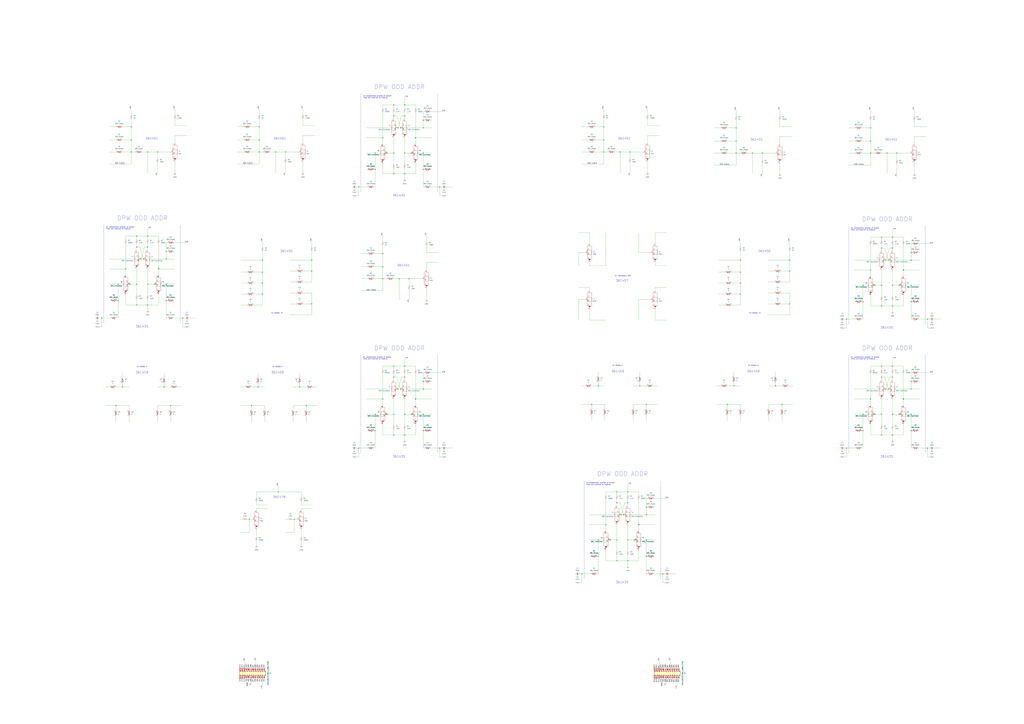
<source format=kicad_sch>
(kicad_sch (version 20211123) (generator eeschema)
  (paper "A0")
  (junction (at 482.6 463.55))
  (junction (at 137.16 330.2))
  (junction (at 142.24 449.58))
  (junction (at 491.49 443.23))
  (junction (at 1043.94 331.47))
  (junction (at 694.69 646.43))
  (junction (at 1076.96 520.7))
  (junction (at 469.9 425.45))
  (junction (at 1023.62 481.33))
  (junction (at 916.94 353.06))
  (junction (at 457.2 121.92))
  (junction (at 1057.91 452.12))
  (junction (at 1043.94 481.33))
  (junction (at 190.5 449.58))
  (junction (at 694.69 627.38))
  (junction (at 510.54 217.17))
  (junction (at 482.6 160.0132))
  (junction (at 193.04 330.2))
  (junction (at 184.15 312.42))
  (junction (at 477.52 481.33))
  (junction (at 716.28 584.2))
  (junction (at 300.99 162.56))
  (junction (at 723.9 598.17))
  (junction (at 435.61 500.38))
  (junction (at 701.04 176.53))
  (junction (at 728.98 584.2))
  (junction (at 137.16 349.25))
  (junction (at 859.79 341.63))
  (junction (at 885.19 177.8))
  (junction (at 1016 331.47))
  (junction (at 151.13 330.2))
  (junction (at 1023.62 275.59))
  (junction (at 474.98 323.85))
  (junction (at 701.04 162.56))
  (junction (at 457.2 201.93))
  (junction (at 449.58 481.33))
  (junction (at 1010.92 463.55))
  (junction (at 1028.7 452.12))
  (junction (at 444.5 323.85))
  (junction (at 1002.03 331.47))
  (junction (at 1057.91 350.52))
  (junction (at 844.55 469.9))
  (junction (at 457.2 505.46))
  (junction (at 1057.91 331.47))
  (junction (at 852.17 448.31))
  (junction (at 1010.92 148.59))
  (junction (at 469.9 438.15))
  (junction (at 769.62 666.75))
  (junction (at 1002.03 500.38))
  (junction (at 741.68 609.6))
  (junction (at 742.95 448.31))
  (junction (at 982.98 520.7))
  (junction (at 444.5 463.55))
  (junction (at 304.8 302.26))
  (junction (at 491.49 452.12))
  (junction (at 1023.62 438.15))
  (junction (at 464.82 148.59))
  (junction (at 720.09 176.53))
  (junction (at 355.6 471.17))
  (junction (at 1029.97 177.8))
  (junction (at 491.49 196.85))
  (junction (at 469.9 121.92))
  (junction (at 457.2 481.33))
  (junction (at 750.57 627.38))
  (junction (at 1049.02 463.55))
  (junction (at 854.71 148.59))
  (junction (at 444.5 309.88))
  (junction (at 1002.03 481.33))
  (junction (at 741.68 609.5932))
  (junction (at 728.98 571.5))
  (junction (at 750.57 589.28))
  (junction (at 171.45 176.53))
  (junction (at 1010.92 313.69))
  (junction (at 694.69 448.31))
  (junction (at 1023.62 288.29))
  (junction (at 716.28 571.5))
  (junction (at 193.04 292.1))
  (junction (at 1023.62 331.47))
  (junction (at 1036.32 438.15))
  (junction (at 179.07 330.2))
  (junction (at 859.79 316.23))
  (junction (at 908.05 469.9))
  (junction (at 491.49 481.33))
  (junction (at 1057.91 500.38))
  (junction (at 347.98 449.58))
  (junction (at 491.49 148.59))
  (junction (at 158.75 330.2))
  (junction (at 435.61 177.8))
  (junction (at 491.49 177.8))
  (junction (at 1036.32 331.47))
  (junction (at 736.6 627.38))
  (junction (at 462.28 148.59))
  (junction (at 463.55 323.85))
  (junction (at 158.75 274.32))
  (junction (at 491.49 500.38))
  (junction (at 1036.32 425.45))
  (junction (at 1031.24 302.26))
  (junction (at 750.57 469.9))
  (junction (at 464.82 452.12))
  (junction (at 1023.62 355.6))
  (junction (at 457.2 134.62))
  (junction (at 134.62 471.17))
  (junction (at 1002.03 350.52))
  (junction (at 184.15 312.4132))
  (junction (at 1036.32 481.33))
  (junction (at 320.04 176.53))
  (junction (at 171.45 274.32))
  (junction (at 1023.62 425.45))
  (junction (at 299.72 449.58))
  (junction (at 1028.7 302.26))
  (junction (at 716.28 651.51))
  (junction (at 1010.92 177.8))
  (junction (at 323.215 571.5))
  (junction (at 1036.32 355.6))
  (junction (at 118.11 369.57))
  (junction (at 361.95 353.06))
  (junction (at 854.71 177.8))
  (junction (at 1049.02 313.69))
  (junction (at 457.2 438.15))
  (junction (at 1057.91 302.26))
  (junction (at 687.07 469.9))
  (junction (at 482.6 160.02))
  (junction (at 491.49 139.7))
  (junction (at 750.57 646.43))
  (junction (at 416.56 520.7))
  (junction (at 163.83 300.99))
  (junction (at 1057.91 443.23))
  (junction (at 1057.91 481.33))
  (junction (at 1049.02 313.6832))
  (junction (at 469.9 505.46))
  (junction (at 444.5 294.64))
  (junction (at 510.54 520.7))
  (junction (at 416.56 217.17))
  (junction (at 1076.96 370.84))
  (junction (at 435.61 481.33))
  (junction (at 859.79 302.26))
  (junction (at 1049.02 463.5432))
  (junction (at 304.8 328.93))
  (junction (at 854.71 163.83))
  (junction (at 158.75 354.33))
  (junction (at 900.43 448.31))
  (junction (at 193.04 300.99))
  (junction (at 859.79 328.93))
  (junction (at 361.95 302.26))
  (junction (at 166.37 300.99))
  (junction (at 1041.4 177.8))
  (junction (at 716.28 627.38))
  (junction (at 449.58 177.8))
  (junction (at 731.52 176.53))
  (junction (at 873.76 177.8))
  (junction (at 292.1 471.17))
  (junction (at 146.05 312.42))
  (junction (at 198.12 471.17))
  (junction (at 1036.32 505.46))
  (junction (at 171.45 354.33))
  (junction (at 212.09 369.57))
  (junction (at 1010.92 163.83))
  (junction (at 675.64 666.75))
  (junction (at 152.4 147.32))
  (junction (at 361.95 314.96))
  (junction (at 728.98 627.38))
  (junction (at 916.94 302.26))
  (junction (at 152.4 162.56))
  (junction (at 158.75 287.02))
  (junction (at 703.58 609.6))
  (junction (at 457.2 177.8))
  (junction (at 300.99 176.53))
  (junction (at 300.99 147.32))
  (junction (at 152.4 176.53))
  (junction (at 1036.32 275.59))
  (junction (at 462.28 452.12))
  (junction (at 728.98 651.51))
  (junction (at 916.94 314.96))
  (junction (at 482.6 463.5432))
  (junction (at 1031.24 452.12))
  (junction (at 444.5 160.02))
  (junction (at 982.98 370.84))
  (junction (at 182.88 176.53))
  (junction (at 193.04 349.25))
  (junction (at 331.47 176.53))
  (junction (at 171.45 330.2))
  (junction (at 341.63 603.25))
  (junction (at 469.9 134.62))
  (junction (at 457.2 425.45))
  (junction (at 304.8 316.23))
  (junction (at 1057.91 293.37))
  (junction (at 1036.32 288.29))
  (junction (at 469.9 177.8))
  (junction (at 304.8 341.63))
  (junction (at 469.9 481.33))
  (junction (at 477.52 177.8))
  (junction (at 171.45 287.02))
  (junction (at 469.9 201.93))
  (junction (at 708.66 627.38))
  (junction (at 721.36 598.17))
  (junction (at 750.57 598.17))
  (junction (at 701.04 147.32))
  (junction (at 289.56 603.25))
  (junction (at 435.61 196.85))
  (junction (at 1023.62 505.46))
  (junction (at 1016 481.33))
  (wire (pts (xy 834.39 302.26) (xy 859.79 302.26)))
  (wire (pts (xy 703.58 609.6) (xy 703.58 617.22)))
  (wire (pts (xy 716.28 584.2) (xy 716.28 588.01)))
  (wire (pts (xy 844.55 469.9) (xy 844.55 474.98)))
  (wire (pts (xy 205.74 449.58) (xy 210.82 449.58)))
  (wire (pts (xy 891.54 365.76) (xy 916.94 365.76)))
  (wire (pts (xy 854.71 177.8) (xy 859.79 177.8)))
  (wire (pts (xy 829.31 163.83) (xy 836.93 163.83)))
  (wire (pts (xy 1027.43 288.29) (xy 1031.24 302.26)))
  (wire (pts (xy 158.75 354.33) (xy 146.05 354.33)))
  (wire (pts (xy 495.3 304.8) (xy 509.27 304.8)))
  (wire (pts (xy 849.63 328.93) (xy 859.79 328.93)))
  (wire (pts (xy 121.92 449.58) (xy 127 449.58)))
  (wire (pts (xy 336.55 365.76) (xy 361.95 365.76)))
  (wire (pts (xy 885.19 177.8) (xy 900.43 177.8)))
  (wire (pts (xy 425.45 148.59) (xy 462.28 148.59)))
  (wire (pts (xy 491.49 148.59) (xy 501.65 148.59)))
  (wire (pts (xy 694.69 444.5) (xy 694.69 448.31)))
  (wire (pts (xy 158.75 274.32) (xy 158.75 278.13)))
  (wire (pts (xy 115.57 379.73) (xy 118.11 379.73)))
  (wire (pts (xy 361.95 314.96) (xy 361.95 302.26)))
  (wire (pts (xy 1036.32 355.6) (xy 1036.32 361.95)))
  (wire (pts (xy 1010.92 139.7) (xy 1010.92 148.59)))
  (wire (pts (xy 349.885 571.5) (xy 349.885 577.85)))
  (wire (pts (xy 741.68 580.39) (xy 741.68 609.5932)))
  (wire (pts (xy 701.04 138.43) (xy 701.04 147.32)))
  (wire (pts (xy 336.55 314.96) (xy 344.17 314.96)))
  (wire (pts (xy 482.6 189.23) (xy 482.6 201.93)))
  (wire (pts (xy 457.2 425.45) (xy 469.9 425.45)))
  (wire (pts (xy 1061.72 147.32) (xy 1075.69 147.32)))
  (wire (pts (xy 435.61 481.33) (xy 435.61 500.38)))
  (wire (pts (xy 1036.32 313.69) (xy 1036.32 331.47)))
  (wire (pts (xy 201.93 281.94) (xy 214.63 281.94)))
  (wire (pts (xy 457.2 505.46) (xy 444.5 505.46)))
  (wire (pts (xy 1031.24 452.12) (xy 1057.91 452.12)))
  (wire (pts (xy 1016 331.47) (xy 1023.62 331.47)))
  (wire (pts (xy 684.53 334.01) (xy 684.53 337.82)))
  (wire (pts (xy 684.53 372.11) (xy 703.58 372.11)))
  (wire (pts (xy 457.2 438.15) (xy 461.01 438.15)))
  (wire (pts (xy 1041.4 190.5) (xy 1041.4 201.93)))
  (wire (pts (xy 1023.62 481.33) (xy 1023.62 494.03)))
  (wire (pts (xy 716.28 580.39) (xy 716.28 584.2)))
  (wire (pts (xy 482.6 201.93) (xy 469.9 201.93)))
  (wire (pts (xy 684.53 609.6) (xy 703.58 609.6)))
  (wire (pts (xy 1002.03 331.47) (xy 1002.03 350.52)))
  (wire (pts (xy 419.1 294.64) (xy 426.72 294.64)))
  (wire (pts (xy 991.87 481.33) (xy 1002.03 481.33)))
  (wire (pts (xy 759.46 666.75) (xy 769.62 666.75)))
  (wire (pts (xy 900.43 448.31) (xy 892.81 448.31)))
  (wire (pts (xy 769.62 666.75) (xy 772.16 666.75)))
  (wire (pts (xy 414.02 530.86) (xy 416.56 530.86)))
  (wire (pts (xy 444.5 201.93) (xy 444.5 189.23)))
  (wire (pts (xy 694.69 448.31) (xy 702.31 448.31)))
  (wire (pts (xy 852.17 448.31) (xy 859.79 448.31)))
  (wire (pts (xy 304.8 302.26) (xy 304.8 292.1)))
  (wire (pts (xy 701.04 147.32) (xy 701.04 162.56)))
  (wire (pts (xy 750.57 448.31) (xy 742.95 448.31)))
  (wire (pts (xy 469.9 121.92) (xy 469.9 125.73)))
  (wire (pts (xy 495.3 274.32) (xy 495.3 280.67)))
  (wire (pts (xy 292.1 788.67) (xy 292.1 795.02)))
  (wire (pts (xy 510.54 217.17) (xy 513.08 217.17)))
  (wire (pts (xy 1036.32 434.34) (xy 1036.32 438.15)))
  (wire (pts (xy 728.98 609.6) (xy 728.98 627.38)))
  (wire (pts (xy 425.45 160.02) (xy 444.5 160.02)))
  (wire (pts (xy 849.63 341.63) (xy 859.79 341.63)))
  (wire (pts (xy 1010.92 284.48) (xy 1010.92 313.69)))
  (wire (pts (xy 444.5 425.45) (xy 457.2 425.45)))
  (wire (pts (xy 361.95 340.36) (xy 361.95 353.06)))
  (wire (pts (xy 1029.97 201.93) (xy 1029.97 177.8)))
  (wire (pts (xy 773.43 788.67) (xy 773.43 795.02)))
  (wire (pts (xy 299.72 445.77) (xy 299.72 449.58)))
  (wire (pts (xy 351.79 138.43) (xy 351.79 146.05)))
  (wire (pts (xy 694.69 646.43) (xy 693.42 646.43)))
  (wire (pts (xy 444.5 121.92) (xy 457.2 121.92)))
  (wire (pts (xy 905.51 158.75) (xy 919.48 158.75)))
  (wire (pts (xy 351.79 327.66) (xy 361.95 327.66)))
  (wire (pts (xy 461.01 134.62) (xy 464.82 148.59)))
  (wire (pts (xy 716.28 571.5) (xy 728.98 571.5)))
  (wire (pts (xy 1036.32 481.33) (xy 1036.32 494.03)))
  (wire (pts (xy 891.54 340.36) (xy 899.16 340.36)))
  (wire (pts (xy 1057.91 283.21) (xy 1057.91 293.37)))
  (wire (pts (xy 1049.02 313.69) (xy 1068.07 313.69)))
  (wire (pts (xy 759.46 589.28) (xy 760.73 589.28)))
  (wire (pts (xy 905.51 167.64) (xy 905.51 158.75)))
  (wire (pts (xy 137.16 349.25) (xy 137.16 369.57)))
  (wire (pts (xy 146.05 312.42) (xy 146.05 320.04)))
  (wire (pts (xy 279.4 471.17) (xy 292.1 471.17)))
  (wire (pts (xy 193.04 369.57) (xy 194.31 369.57)))
  (wire (pts (xy 300.99 147.32) (xy 290.83 147.32)))
  (wire (pts (xy 158.75 274.32) (xy 171.45 274.32)))
  (wire (pts (xy 351.79 340.36) (xy 361.95 340.36)))
  (wire (pts (xy 731.52 176.53) (xy 731.52 184.15)))
  (wire (pts (xy 849.63 354.33) (xy 859.79 354.33)))
  (wire (pts (xy 991.87 331.47) (xy 1002.03 331.47)))
  (wire (pts (xy 742.95 448.31) (xy 735.33 448.31)))
  (wire (pts (xy 1066.8 370.84) (xy 1076.96 370.84)))
  (wire (pts (xy 671.83 293.37) (xy 671.83 308.61)))
  (wire (pts (xy 193.04 292.1) (xy 193.04 300.99)))
  (wire (pts (xy 152.4 176.53) (xy 157.48 176.53)))
  (wire (pts (xy 444.5 274.32) (xy 444.5 280.67)))
  (wire (pts (xy 482.6 463.55) (xy 501.65 463.55)))
  (wire (pts (xy 834.39 341.63) (xy 842.01 341.63)))
  (wire (pts (xy 127 147.32) (xy 134.62 147.32)))
  (wire (pts (xy 703.58 580.39) (xy 703.58 609.6)))
  (wire (pts (xy 1002.03 520.7) (xy 1000.76 520.7)))
  (wire (pts (xy 742.95 431.8) (xy 742.95 436.88)))
  (wire (pts (xy 127 312.42) (xy 146.05 312.42)))
  (wire (pts (xy 900.43 444.5) (xy 900.43 448.31)))
  (wire (pts (xy 1066.8 443.23) (xy 1068.07 443.23)))
  (wire (pts (xy 171.45 283.21) (xy 171.45 287.02)))
  (wire (pts (xy 751.84 146.05) (xy 765.81 146.05)))
  (wire (pts (xy 127 176.53) (xy 134.62 176.53)))
  (wire (pts (xy 854.71 139.7) (xy 854.71 148.59)))
  (wire (pts (xy 859.79 302.26) (xy 859.79 316.23)))
  (wire (pts (xy 137.16 330.2) (xy 137.16 349.25)))
  (wire (pts (xy 1057.91 302.26) (xy 1068.07 302.26)))
  (wire (pts (xy 723.9 598.17) (xy 750.57 598.17)))
  (wire (pts (xy 361.95 302.26) (xy 361.95 292.1)))
  (wire (pts (xy 171.45 330.2) (xy 179.07 330.2)))
  (wire (pts (xy 469.9 177.8) (xy 477.52 177.8)))
  (wire (pts (xy 491.49 443.23) (xy 491.49 452.12)))
  (wire (pts (xy 1061.72 139.7) (xy 1061.72 147.32)))
  (wire (pts (xy 741.68 609.6) (xy 760.73 609.6)))
  (wire (pts (xy 457.2 425.45) (xy 457.2 429.26)))
  (wire (pts (xy 1066.8 283.21) (xy 1079.5 283.21)))
  (wire (pts (xy 469.9 160.02) (xy 469.9 177.8)))
  (wire (pts (xy 741.68 347.98) (xy 741.68 372.11)))
  (wire (pts (xy 760.73 270.51) (xy 773.43 270.51)))
  (wire (pts (xy 297.815 614.68) (xy 297.815 623.57)))
  (wire (pts (xy 1016 481.33) (xy 1023.62 481.33)))
  (wire (pts (xy 728.98 571.5) (xy 728.98 575.31)))
  (wire (pts (xy 854.71 128.27) (xy 854.71 134.62)))
  (wire (pts (xy 1036.32 481.33) (xy 1043.94 481.33)))
  (wire (pts (xy 171.45 274.32) (xy 184.15 274.32)))
  (wire (pts (xy 982.98 370.84) (xy 993.14 370.84)))
  (wire (pts (xy 1002.03 331.47) (xy 1016 331.47)))
  (wire (pts (xy 916.94 280.67) (xy 916.94 287.02)))
  (wire (pts (xy 491.49 481.33) (xy 491.49 500.38)))
  (wire (pts (xy 469.9 438.15) (xy 466.09 438.15)))
  (wire (pts (xy 920.75 469.9) (xy 908.05 469.9)))
  (wire (pts (xy 330.835 618.49) (xy 341.63 618.49)))
  (wire (pts (xy 1023.62 349.25) (xy 1023.62 355.6)))
  (wire (pts (xy 1010.92 425.45) (xy 1023.62 425.45)))
  (wire (pts (xy 287.02 603.25) (xy 289.56 603.25)))
  (wire (pts (xy 279.4 449.58) (xy 284.48 449.58)))
  (wire (pts (xy 1057.91 350.52) (xy 1057.91 370.84)))
  (wire (pts (xy 728.98 651.51) (xy 716.28 651.51)))
  (wire (pts (xy 1002.03 350.52) (xy 1000.76 350.52)))
  (wire (pts (xy 347.98 449.58) (xy 340.36 449.58)))
  (wire (pts (xy 1036.32 463.55) (xy 1036.32 481.33)))
  (wire (pts (xy 142.24 176.53) (xy 152.4 176.53)))
  (wire (pts (xy 137.16 330.2) (xy 151.13 330.2)))
  (wire (pts (xy 720.09 584.2) (xy 723.9 598.17)))
  (wire (pts (xy 702.31 474.98) (xy 702.31 469.9)))
  (wire (pts (xy 466.09 438.15) (xy 462.28 452.12)))
  (wire (pts (xy 985.52 148.59) (xy 993.14 148.59)))
  (wire (pts (xy 694.69 666.75) (xy 693.42 666.75)))
  (wire (pts (xy 1049.02 492.76) (xy 1049.02 505.46)))
  (wire (pts (xy 349.885 614.68) (xy 349.885 623.57)))
  (wire (pts (xy 444.5 434.34) (xy 444.5 463.55)))
  (wire (pts (xy 463.55 347.98) (xy 463.55 323.85)))
  (wire (pts (xy 444.5 463.55) (xy 444.5 471.17)))
  (wire (pts (xy 1023.62 355.6) (xy 1010.92 355.6)))
  (wire (pts (xy 844.55 448.31) (xy 852.17 448.31)))
  (wire (pts (xy 867.41 177.8) (xy 873.76 177.8)))
  (wire (pts (xy 294.64 341.63) (xy 304.8 341.63)))
  (wire (pts (xy 703.58 308.61) (xy 703.58 270.51)))
  (polyline (pts (xy 419.1 109.22) (xy 419.1 223.52)))
  (wire (pts (xy 323.215 571.5) (xy 349.885 571.5)))
  (wire (pts (xy 1043.94 331.47) (xy 1057.91 331.47)))
  (wire (pts (xy 675.64 666.75) (xy 685.8 666.75)))
  (wire (pts (xy 190.5 449.58) (xy 182.88 449.58)))
  (wire (pts (xy 1010.92 128.27) (xy 1010.92 134.62)))
  (wire (pts (xy 671.83 334.01) (xy 684.53 334.01)))
  (wire (pts (xy 985.52 177.8) (xy 993.14 177.8)))
  (wire (pts (xy 859.79 482.6) (xy 859.79 488.95)))
  (wire (pts (xy 728.98 580.39) (xy 728.98 584.2)))
  (wire (pts (xy 474.98 323.85) (xy 490.22 323.85)))
  (wire (pts (xy 725.17 584.2) (xy 721.36 598.17)))
  (wire (pts (xy 1057.91 443.23) (xy 1059.18 443.23)))
  (wire (pts (xy 449.58 481.33) (xy 457.2 481.33)))
  (wire (pts (xy 991.87 463.55) (xy 1010.92 463.55)))
  (wire (pts (xy 292.1 471.17) (xy 307.34 471.17)))
  (wire (pts (xy 751.84 127) (xy 751.84 133.35)))
  (wire (pts (xy 1002.03 500.38) (xy 1002.03 520.7)))
  (wire (pts (xy 292.1 483.87) (xy 292.1 490.22)))
  (wire (pts (xy 684.53 304.8) (xy 684.53 308.61)))
  (wire (pts (xy 278.13 603.25) (xy 281.94 603.25)))
  (wire (pts (xy 1041.4 177.8) (xy 1041.4 185.42)))
  (wire (pts (xy 482.6 463.55) (xy 482.6 471.17)))
  (wire (pts (xy 1010.92 163.83) (xy 1000.76 163.83)))
  (wire (pts (xy 323.215 565.15) (xy 323.215 571.5)))
  (wire (pts (xy 1023.62 331.47) (xy 1023.62 344.17)))
  (wire (pts (xy 434.34 323.85) (xy 444.5 323.85)))
  (wire (pts (xy 469.9 201.93) (xy 457.2 201.93)))
  (wire (pts (xy 304.8 316.23) (xy 304.8 328.93)))
  (wire (pts (xy 351.79 314.96) (xy 361.95 314.96)))
  (wire (pts (xy 1049.02 463.55) (xy 1068.07 463.55)))
  (wire (pts (xy 444.5 309.88) (xy 444.5 323.85)))
  (wire (pts (xy 171.45 312.42) (xy 171.45 330.2)))
  (wire (pts (xy 728.98 627.38) (xy 736.6 627.38)))
  (wire (pts (xy 906.78 327.66) (xy 916.94 327.66)))
  (wire (pts (xy 716.28 627.38) (xy 716.28 640.08)))
  (wire (pts (xy 1049.02 355.6) (xy 1036.32 355.6)))
  (wire (pts (xy 171.45 200.66) (xy 171.45 176.53)))
  (wire (pts (xy 482.6 130.81) (xy 482.6 160.0132)))
  (wire (pts (xy 171.45 347.98) (xy 171.45 354.33)))
  (wire (pts (xy 701.04 162.56) (xy 701.04 176.53)))
  (wire (pts (xy 1036.32 349.25) (xy 1036.32 355.6)))
  (wire (pts (xy 1036.32 416.56) (xy 1036.32 425.45)))
  (wire (pts (xy 457.2 323.85) (xy 463.55 323.85)))
  (wire (pts (xy 500.38 139.7) (xy 501.65 139.7)))
  (wire (pts (xy 137.16 349.25) (xy 135.89 349.25)))
  (wire (pts (xy 755.65 347.98) (xy 741.68 347.98)))
  (wire (pts (xy 1057.91 331.47) (xy 1057.91 350.52)))
  (wire (pts (xy 760.73 359.41) (xy 760.73 372.11)))
  (wire (pts (xy 982.98 520.7) (xy 980.44 520.7)))
  (wire (pts (xy 201.93 292.1) (xy 203.2 292.1)))
  (wire (pts (xy 203.2 187.96) (xy 203.2 200.66)))
  (wire (pts (xy 297.18 768.35) (xy 297.18 775.97)))
  (wire (pts (xy 444.5 323.85) (xy 449.58 323.85)))
  (wire (pts (xy 300.99 147.32) (xy 300.99 162.56)))
  (wire (pts (xy 891.54 353.06) (xy 899.16 353.06)))
  (wire (pts (xy 304.8 788.67) (xy 304.8 796.29)))
  (wire (pts (xy 1023.62 288.29) (xy 1027.43 288.29)))
  (wire (pts (xy 457.2 201.93) (xy 444.5 201.93)))
  (wire (pts (xy 908.05 448.31) (xy 900.43 448.31)))
  (wire (pts (xy 294.64 316.23) (xy 304.8 316.23)))
  (wire (pts (xy 351.79 127) (xy 351.79 133.35)))
  (wire (pts (xy 193.04 330.2) (xy 203.2 330.2)))
  (wire (pts (xy 671.83 347.98) (xy 679.45 347.98)))
  (wire (pts (xy 149.86 483.87) (xy 149.86 490.22)))
  (wire (pts (xy 750.57 666.75) (xy 751.84 666.75)))
  (wire (pts (xy 525.78 520.7) (xy 518.16 520.7)))
  (wire (pts (xy 491.49 129.54) (xy 491.49 139.7)))
  (wire (pts (xy 416.56 520.7) (xy 414.02 520.7)))
  (wire (pts (xy 162.56 287.02) (xy 166.37 300.99)))
  (wire (pts (xy 142.24 449.58) (xy 149.86 449.58)))
  (wire (pts (xy 198.12 471.17) (xy 198.12 476.25)))
  (wire (pts (xy 720.09 176.53) (xy 731.52 176.53)))
  (wire (pts (xy 1036.32 425.45) (xy 1036.32 429.26)))
  (wire (pts (xy 916.94 365.76) (xy 916.94 353.06)))
  (wire (pts (xy 716.28 627.38) (xy 716.28 609.6)))
  (wire (pts (xy 182.88 189.23) (xy 182.88 200.66)))
  (wire (pts (xy 684.53 359.41) (xy 684.53 372.11)))
  (wire (pts (xy 684.53 627.38) (xy 694.69 627.38)))
  (wire (pts (xy 1041.4 177.8) (xy 1056.64 177.8)))
  (wire (pts (xy 1023.62 425.45) (xy 1036.32 425.45)))
  (wire (pts (xy 193.04 281.94) (xy 194.31 281.94)))
  (wire (pts (xy 1079.5 381) (xy 1076.96 381)))
  (wire (pts (xy 510.54 530.86) (xy 510.54 520.7)))
  (wire (pts (xy 279.4 341.63) (xy 287.02 341.63)))
  (wire (pts (xy 751.84 157.48) (xy 765.81 157.48)))
  (wire (pts (xy 134.62 471.17) (xy 134.62 476.25)))
  (wire (pts (xy 1036.32 425.45) (xy 1049.02 425.45)))
  (wire (pts (xy 457.2 121.92) (xy 469.9 121.92)))
  (wire (pts (xy 1010.92 148.59) (xy 1010.92 163.83)))
  (wire (pts (xy 495.3 285.75) (xy 495.3 293.37)))
  (wire (pts (xy 457.2 134.62) (xy 461.01 134.62)))
  (wire (pts (xy 297.815 593.09) (xy 297.815 590.55)))
  (wire (pts (xy 1010.92 463.55) (xy 1010.92 471.17)))
  (polyline (pts (xy 419.1 412.75) (xy 419.1 527.05)))
  (wire (pts (xy 1002.03 350.52) (xy 1002.03 370.84)))
  (wire (pts (xy 491.49 129.54) (xy 492.76 129.54)))
  (wire (pts (xy 1023.62 177.8) (xy 1029.97 177.8)))
  (wire (pts (xy 1010.92 191.77) (xy 1010.92 177.8)))
  (wire (pts (xy 1057.91 331.47) (xy 1068.07 331.47)))
  (wire (pts (xy 703.58 651.51) (xy 703.58 638.81)))
  (wire (pts (xy 980.44 530.86) (xy 982.98 530.86)))
  (wire (pts (xy 687.07 469.9) (xy 702.31 469.9)))
  (wire (pts (xy 457.2 438.15) (xy 457.2 441.96)))
  (wire (pts (xy 1002.03 370.84) (xy 1000.76 370.84)))
  (wire (pts (xy 1049.02 425.45) (xy 1049.02 429.26)))
  (wire (pts (xy 755.65 293.37) (xy 741.68 293.37)))
  (wire (pts (xy 336.55 353.06) (xy 344.17 353.06)))
  (wire (pts (xy 1010.92 275.59) (xy 1023.62 275.59)))
  (wire (pts (xy 1057.91 350.52) (xy 1059.18 350.52)))
  (wire (pts (xy 1061.72 128.27) (xy 1061.72 134.62)))
  (wire (pts (xy 760.73 334.01) (xy 773.43 334.01)))
  (wire (pts (xy 491.49 443.23) (xy 492.76 443.23)))
  (wire (pts (xy 684.53 598.17) (xy 721.36 598.17)))
  (wire (pts (xy 469.9 177.8) (xy 469.9 190.5)))
  (wire (pts (xy 1057.91 452.12) (xy 1068.07 452.12)))
  (wire (pts (xy 735.33 474.98) (xy 735.33 469.9)))
  (wire (pts (xy 300.99 190.5) (xy 300.99 176.53)))
  (wire (pts (xy 891.54 327.66) (xy 899.16 327.66)))
  (wire (pts (xy 1036.32 438.15) (xy 1032.51 438.15)))
  (wire (pts (xy 304.8 328.93) (xy 304.8 341.63)))
  (wire (pts (xy 482.6 121.92) (xy 482.6 125.73)))
  (wire (pts (xy 852.17 444.5) (xy 852.17 448.31)))
  (wire (pts (xy 905.51 147.32) (xy 919.48 147.32)))
  (wire (pts (xy 279.4 316.23) (xy 287.02 316.23)))
  (wire (pts (xy 435.61 177.8) (xy 435.61 196.85)))
  (wire (pts (xy 482.6 505.46) (xy 469.9 505.46)))
  (wire (pts (xy 171.45 265.43) (xy 171.45 274.32)))
  (wire (pts (xy 482.6 160.0132) (xy 482.6 160.02)))
  (wire (pts (xy 355.6 471.17) (xy 340.36 471.17)))
  (wire (pts (xy 469.9 134.62) (xy 466.09 134.62)))
  (wire (pts (xy 425.45 177.8) (xy 435.61 177.8)))
  (wire (pts (xy 474.98 336.55) (xy 474.98 347.98)))
  (wire (pts (xy 331.47 189.23) (xy 331.47 200.66)))
  (wire (pts (xy 675.64 666.75) (xy 673.1 666.75)))
  (wire (pts (xy 750.57 482.6) (xy 750.57 488.95)))
  (wire (pts (xy 190.5 445.77) (xy 190.5 449.58)))
  (wire (pts (xy 349.885 593.09) (xy 349.885 590.55)))
  (wire (pts (xy 299.72 449.58) (xy 307.34 449.58)))
  (wire (pts (xy 1057.91 293.37) (xy 1057.91 302.26)))
  (wire (pts (xy 491.49 481.33) (xy 501.65 481.33)))
  (wire (pts (xy 227.33 369.57) (xy 219.71 369.57)))
  (wire (pts (xy 336.55 302.26) (xy 361.95 302.26)))
  (wire (pts (xy 713.74 176.53) (xy 720.09 176.53)))
  (wire (pts (xy 294.64 354.33) (xy 304.8 354.33)))
  (wire (pts (xy 1036.32 275.59) (xy 1049.02 275.59)))
  (wire (pts (xy 829.31 177.8) (xy 836.93 177.8)))
  (wire (pts (xy 760.73 372.11) (xy 773.43 372.11)))
  (wire (pts (xy 1010.92 425.45) (xy 1010.92 429.26)))
  (wire (pts (xy 203.2 127) (xy 203.2 133.35)))
  (wire (pts (xy 477.52 177.8) (xy 491.49 177.8)))
  (wire (pts (xy 760.73 283.21) (xy 760.73 270.51)))
  (wire (pts (xy 1023.62 425.45) (xy 1023.62 429.26)))
  (wire (pts (xy 457.2 434.34) (xy 457.2 438.15)))
  (wire (pts (xy 694.69 431.8) (xy 694.69 436.88)))
  (wire (pts (xy 1031.24 302.26) (xy 1057.91 302.26)))
  (wire (pts (xy 1036.32 505.46) (xy 1036.32 511.81)))
  (wire (pts (xy 829.31 148.59) (xy 836.93 148.59)))
  (wire (pts (xy 763.27 469.9) (xy 750.57 469.9)))
  (wire (pts (xy 142.24 445.77) (xy 142.24 449.58)))
  (wire (pts (xy 728.98 562.61) (xy 728.98 571.5)))
  (wire (pts (xy 1036.32 355.6) (xy 1023.62 355.6)))
  (wire (pts (xy 675.64 676.91) (xy 675.64 666.75)))
  (wire (pts (xy 349.885 590.55) (xy 362.585 590.55)))
  (wire (pts (xy 687.07 482.6) (xy 687.07 488.95)))
  (wire (pts (xy 500.38 217.17) (xy 510.54 217.17)))
  (wire (pts (xy 513.08 227.33) (xy 510.54 227.33)))
  (wire (pts (xy 146.05 354.33) (xy 146.05 341.63)))
  (wire (pts (xy 982.98 520.7) (xy 993.14 520.7)))
  (wire (pts (xy 457.2 177.8) (xy 457.2 190.5)))
  (wire (pts (xy 1023.62 284.48) (xy 1023.62 288.29)))
  (wire (pts (xy 1010.92 313.69) (xy 1010.92 321.31)))
  (wire (pts (xy 694.69 646.43) (xy 694.69 666.75)))
  (wire (pts (xy 457.2 481.33) (xy 457.2 494.03)))
  (wire (pts (xy 750.57 627.38) (xy 750.57 646.43)))
  (wire (pts (xy 416.56 520.7) (xy 426.72 520.7)))
  (wire (pts (xy 716.28 645.16) (xy 716.28 651.51)))
  (wire (pts (xy 873.76 201.93) (xy 873.76 177.8)))
  (wire (pts (xy 1023.62 481.33) (xy 1023.62 463.55)))
  (wire (pts (xy 885.19 177.8) (xy 885.19 185.42)))
  (wire (pts (xy 416.56 217.17) (xy 414.02 217.17)))
  (wire (pts (xy 844.55 482.6) (xy 844.55 488.95)))
  (wire (pts (xy 834.39 328.93) (xy 842.01 328.93)))
  (wire (pts (xy 701.04 147.32) (xy 690.88 147.32)))
  (wire (pts (xy 149.86 476.25) (xy 149.86 471.17)))
  (wire (pts (xy 1002.03 481.33) (xy 1002.03 500.38)))
  (wire (pts (xy 1057.91 443.23) (xy 1057.91 452.12)))
  (wire (pts (xy 203.2 146.05) (xy 217.17 146.05)))
  (wire (pts (xy 1036.32 288.29) (xy 1036.32 292.1)))
  (wire (pts (xy 182.88 176.53) (xy 182.88 184.15)))
  (wire (pts (xy 1002.03 481.33) (xy 1016 481.33)))
  (wire (pts (xy 275.59 147.32) (xy 283.21 147.32)))
  (wire (pts (xy 351.79 146.05) (xy 365.76 146.05)))
  (wire (pts (xy 1092.2 370.84) (xy 1084.58 370.84)))
  (wire (pts (xy 1057.91 500.38) (xy 1059.18 500.38)))
  (wire (pts (xy 750.57 598.17) (xy 760.73 598.17)))
  (wire (pts (xy 363.22 449.58) (xy 368.3 449.58)))
  (wire (pts (xy 1000.76 177.8) (xy 1010.92 177.8)))
  (wire (pts (xy 121.92 471.17) (xy 134.62 471.17)))
  (wire (pts (xy 510.54 520.7) (xy 513.08 520.7)))
  (wire (pts (xy 982.98 370.84) (xy 980.44 370.84)))
  (wire (pts (xy 347.98 433.07) (xy 347.98 438.15)))
  (wire (pts (xy 1023.62 275.59) (xy 1036.32 275.59)))
  (wire (pts (xy 495.3 313.69) (xy 495.3 304.8)))
  (wire (pts (xy 859.79 302.26) (xy 859.79 292.1)))
  (wire (pts (xy 1057.91 520.7) (xy 1059.18 520.7)))
  (wire (pts (xy 142.24 433.07) (xy 142.24 438.15)))
  (wire (pts (xy 1023.62 434.34) (xy 1023.62 438.15)))
  (wire (pts (xy 991.87 452.12) (xy 1028.7 452.12)))
  (wire (pts (xy 444.5 309.88) (xy 434.34 309.88)))
  (wire (pts (xy 751.84 138.43) (xy 751.84 146.05)))
  (wire (pts (xy 466.09 134.62) (xy 462.28 148.59)))
  (wire (pts (xy 203.2 166.37) (xy 203.2 157.48)))
  (wire (pts (xy 469.9 195.58) (xy 469.9 201.93)))
  (polyline (pts (xy 1074.42 412.75) (xy 1074.42 527.05)))
  (wire (pts (xy 463.55 323.85) (xy 474.98 323.85)))
  (wire (pts (xy 210.82 471.17) (xy 198.12 471.17)))
  (wire (pts (xy 146.05 274.32) (xy 146.05 278.13)))
  (wire (pts (xy 151.13 330.2) (xy 158.75 330.2)))
  (wire (pts (xy 906.78 353.06) (xy 916.94 353.06)))
  (wire (pts (xy 1023.62 438.15) (xy 1027.43 438.15)))
  (wire (pts (xy 703.58 571.5) (xy 716.28 571.5)))
  (wire (pts (xy 495.3 293.37) (xy 509.27 293.37)))
  (wire (pts (xy 491.49 433.07) (xy 491.49 443.23)))
  (wire (pts (xy 444.5 337.82) (xy 444.5 323.85)))
  (wire (pts (xy 304.8 341.63) (xy 304.8 354.33)))
  (wire (pts (xy 482.6 463.5432) (xy 482.6 463.55)))
  (wire (pts (xy 469.9 463.55) (xy 469.9 481.33)))
  (wire (pts (xy 193.04 281.94) (xy 193.04 292.1)))
  (polyline (pts (xy 120.65 261.62) (xy 120.65 375.92)))
  (wire (pts (xy 513.08 530.86) (xy 510.54 530.86)))
  (wire (pts (xy 444.5 425.45) (xy 444.5 429.26)))
  (wire (pts (xy 469.9 121.92) (xy 482.6 121.92)))
  (wire (pts (xy 425.45 463.55) (xy 444.5 463.55)))
  (wire (pts (xy 361.95 280.67) (xy 361.95 287.02)))
  (wire (pts (xy 184.15 312.4132) (xy 184.15 312.42)))
  (wire (pts (xy 152.4 127) (xy 152.4 133.35)))
  (wire (pts (xy 171.45 287.02) (xy 167.64 287.02)))
  (wire (pts (xy 834.39 316.23) (xy 842.01 316.23)))
  (wire (pts (xy 1076.96 381) (xy 1076.96 370.84)))
  (wire (pts (xy 908.05 469.9) (xy 892.81 469.9)))
  (polyline (pts (xy 508 109.22) (xy 508 223.52)))
  (wire (pts (xy 158.75 287.02) (xy 162.56 287.02)))
  (wire (pts (xy 482.6 434.34) (xy 482.6 463.5432)))
  (wire (pts (xy 701.04 176.53) (xy 706.12 176.53)))
  (wire (pts (xy 728.98 645.16) (xy 728.98 651.51)))
  (wire (pts (xy 300.99 162.56) (xy 290.83 162.56)))
  (wire (pts (xy 701.04 190.5) (xy 701.04 176.53)))
  (wire (pts (xy 457.2 499.11) (xy 457.2 505.46)))
  (wire (pts (xy 198.12 449.58) (xy 190.5 449.58)))
  (wire (pts (xy 916.94 327.66) (xy 916.94 314.96)))
  (wire (pts (xy 1057.91 481.33) (xy 1057.91 500.38)))
  (wire (pts (xy 1010.92 148.59) (xy 1000.76 148.59)))
  (wire (pts (xy 152.4 162.56) (xy 142.24 162.56)))
  (wire (pts (xy 854.71 148.59) (xy 844.55 148.59)))
  (wire (pts (xy 351.79 353.06) (xy 361.95 353.06)))
  (wire (pts (xy 1057.91 293.37) (xy 1059.18 293.37)))
  (wire (pts (xy 684.53 283.21) (xy 684.53 270.51)))
  (wire (pts (xy 1049.02 505.46) (xy 1036.32 505.46)))
  (wire (pts (xy 1023.62 499.11) (xy 1023.62 505.46)))
  (wire (pts (xy 916.94 302.26) (xy 916.94 292.1)))
  (wire (pts (xy 127 190.5) (xy 152.4 190.5)))
  (wire (pts (xy 171.45 287.02) (xy 171.45 290.83)))
  (wire (pts (xy 461.01 438.15) (xy 464.82 452.12)))
  (wire (pts (xy 1092.2 520.7) (xy 1084.58 520.7)))
  (wire (pts (xy 675.64 162.56) (xy 683.26 162.56)))
  (wire (pts (xy 854.71 163.83) (xy 854.71 177.8)))
  (wire (pts (xy 742.95 444.5) (xy 742.95 448.31)))
  (wire (pts (xy 457.2 130.81) (xy 457.2 134.62)))
  (wire (pts (xy 892.81 474.98) (xy 892.81 469.9)))
  (wire (pts (xy 201.93 369.57) (xy 212.09 369.57)))
  (wire (pts (xy 137.16 369.57) (xy 135.89 369.57)))
  (wire (pts (xy 464.82 148.59) (xy 491.49 148.59)))
  (wire (pts (xy 1023.62 288.29) (xy 1023.62 292.1)))
  (wire (pts (xy 158.75 330.2) (xy 158.75 342.9)))
  (polyline (pts (xy 985.52 412.75) (xy 985.52 527.05)))
  (wire (pts (xy 469.9 113.03) (xy 469.9 121.92)))
  (wire (pts (xy 457.2 195.58) (xy 457.2 201.93)))
  (wire (pts (xy 469.9 134.62) (xy 469.9 138.43)))
  (wire (pts (xy 193.04 292.1) (xy 194.31 292.1)))
  (wire (pts (xy 728.98 571.5) (xy 741.68 571.5)))
  (wire (pts (xy 849.63 316.23) (xy 859.79 316.23)))
  (wire (pts (xy 1036.32 505.46) (xy 1023.62 505.46)))
  (wire (pts (xy 212.09 379.73) (xy 212.09 369.57)))
  (wire (pts (xy 275.59 162.56) (xy 283.21 162.56)))
  (wire (pts (xy 355.6 471.17) (xy 355.6 476.25)))
  (wire (pts (xy 182.88 176.53) (xy 198.12 176.53)))
  (wire (pts (xy 165.1 176.53) (xy 171.45 176.53)))
  (wire (pts (xy 758.19 448.31) (xy 763.27 448.31)))
  (wire (pts (xy 1057.91 433.07) (xy 1059.18 433.07)))
  (wire (pts (xy 859.79 280.67) (xy 859.79 287.02)))
  (wire (pts (xy 1036.32 331.47) (xy 1036.32 344.17)))
  (wire (pts (xy 1066.8 520.7) (xy 1076.96 520.7)))
  (wire (pts (xy 152.4 147.32) (xy 152.4 162.56)))
  (wire (pts (xy 1029.97 177.8) (xy 1041.4 177.8)))
  (wire (pts (xy 1010.92 505.46) (xy 1010.92 492.76)))
  (wire (pts (xy 275.59 190.5) (xy 300.99 190.5)))
  (wire (pts (xy 1049.02 313.69) (xy 1049.02 321.31)))
  (wire (pts (xy 152.4 190.5) (xy 152.4 176.53)))
  (wire (pts (xy 500.38 433.07) (xy 513.08 433.07)))
  (wire (pts (xy 1049.02 434.34) (xy 1049.02 463.5432)))
  (wire (pts (xy 980.44 381) (xy 982.98 381)))
  (wire (pts (xy 701.04 162.56) (xy 690.88 162.56)))
  (wire (pts (xy 491.49 196.85) (xy 491.49 217.17)))
  (wire (pts (xy 297.815 586.74) (xy 310.515 586.74)))
  (wire (pts (xy 1066.8 293.37) (xy 1068.07 293.37)))
  (wire (pts (xy 304.8 280.67) (xy 304.8 287.02)))
  (wire (pts (xy 873.76 177.8) (xy 885.19 177.8)))
  (wire (pts (xy 859.79 474.98) (xy 859.79 469.9)))
  (wire (pts (xy 435.61 500.38) (xy 434.34 500.38)))
  (wire (pts (xy 182.88 476.25) (xy 182.88 471.17)))
  (wire (pts (xy 184.15 312.42) (xy 184.15 320.04)))
  (wire (pts (xy 349.885 586.74) (xy 362.585 586.74)))
  (wire (pts (xy 297.815 582.93) (xy 297.815 586.74)))
  (wire (pts (xy 834.39 354.33) (xy 842.01 354.33)))
  (wire (pts (xy 184.15 274.32) (xy 184.15 278.13)))
  (polyline (pts (xy 985.52 262.89) (xy 985.52 377.19)))
  (wire (pts (xy 741.68 609.5932) (xy 741.68 609.6)))
  (wire (pts (xy 690.88 176.53) (xy 701.04 176.53)))
  (wire (pts (xy 304.8 302.26) (xy 304.8 316.23)))
  (wire (pts (xy 349.885 628.65) (xy 349.885 633.73)))
  (wire (pts (xy 300.99 176.53) (xy 306.07 176.53)))
  (wire (pts (xy 444.5 160.02) (xy 444.5 167.64)))
  (wire (pts (xy 341.63 603.25) (xy 344.805 603.25)))
  (wire (pts (xy 435.61 217.17) (xy 434.34 217.17)))
  (wire (pts (xy 297.815 590.55) (xy 310.515 590.55)))
  (wire (pts (xy 751.84 187.96) (xy 751.84 200.66)))
  (wire (pts (xy 1010.92 434.34) (xy 1010.92 463.55)))
  (wire (pts (xy 905.51 189.23) (xy 905.51 201.93)))
  (wire (pts (xy 299.72 433.07) (xy 299.72 438.15)))
  (wire (pts (xy 786.13 788.67) (xy 786.13 796.29)))
  (wire (pts (xy 760.73 304.8) (xy 760.73 308.61)))
  (wire (pts (xy 1023.62 505.46) (xy 1010.92 505.46)))
  (polyline (pts (xy 1074.42 262.89) (xy 1074.42 377.19)))
  (wire (pts (xy 892.81 482.6) (xy 892.81 488.95)))
  (wire (pts (xy 674.37 448.31) (xy 679.45 448.31)))
  (wire (pts (xy 184.15 312.42) (xy 203.2 312.42)))
  (wire (pts (xy 671.83 372.11) (xy 671.83 347.98)))
  (wire (pts (xy 184.15 283.21) (xy 184.15 312.4132)))
  (wire (pts (xy 674.37 469.9) (xy 687.07 469.9)))
  (wire (pts (xy 854.71 163.83) (xy 844.55 163.83)))
  (wire (pts (xy 703.58 571.5) (xy 703.58 575.31)))
  (wire (pts (xy 687.07 448.31) (xy 694.69 448.31)))
  (wire (pts (xy 908.05 469.9) (xy 908.05 474.98)))
  (wire (pts (xy 182.88 483.87) (xy 182.88 490.22)))
  (wire (pts (xy 1057.91 283.21) (xy 1059.18 283.21)))
  (wire (pts (xy 991.87 302.26) (xy 1028.7 302.26)))
  (wire (pts (xy 214.63 379.73) (xy 212.09 379.73)))
  (wire (pts (xy 735.33 482.6) (xy 735.33 488.95)))
  (wire (pts (xy 854.71 148.59) (xy 854.71 163.83)))
  (wire (pts (xy 1002.03 500.38) (xy 1000.76 500.38)))
  (wire (pts (xy 134.62 449.58) (xy 142.24 449.58)))
  (wire (pts (xy 750.57 646.43) (xy 750.57 666.75)))
  (wire (pts (xy 193.04 300.99) (xy 203.2 300.99)))
  (wire (pts (xy 1066.8 433.07) (xy 1079.5 433.07)))
  (wire (pts (xy 716.28 571.5) (xy 716.28 575.31)))
  (wire (pts (xy 491.49 433.07) (xy 492.76 433.07)))
  (wire (pts (xy 275.59 176.53) (xy 283.21 176.53)))
  (wire (pts (xy 1032.51 288.29) (xy 1028.7 302.26)))
  (wire (pts (xy 491.49 177.8) (xy 491.49 196.85)))
  (wire (pts (xy 146.05 274.32) (xy 158.75 274.32)))
  (wire (pts (xy 500.38 443.23) (xy 501.65 443.23)))
  (wire (pts (xy 482.6 425.45) (xy 482.6 429.26)))
  (wire (pts (xy 279.4 302.26) (xy 304.8 302.26)))
  (wire (pts (xy 906.78 314.96) (xy 916.94 314.96)))
  (wire (pts (xy 844.55 177.8) (xy 854.71 177.8)))
  (wire (pts (xy 284.48 768.35) (xy 284.48 775.97)))
  (wire (pts (xy 750.57 579.12) (xy 750.57 589.28)))
  (wire (pts (xy 1027.43 438.15) (xy 1031.24 452.12)))
  (wire (pts (xy 158.75 330.2) (xy 158.75 312.42)))
  (wire (pts (xy 435.61 177.8) (xy 449.58 177.8)))
  (wire (pts (xy 444.5 121.92) (xy 444.5 125.73)))
  (wire (pts (xy 982.98 530.86) (xy 982.98 520.7)))
  (wire (pts (xy 349.885 582.93) (xy 349.885 586.74)))
  (wire (pts (xy 419.1 323.85) (xy 426.72 323.85)))
  (wire (pts (xy 469.9 130.81) (xy 469.9 134.62)))
  (wire (pts (xy 728.98 584.2) (xy 728.98 588.01)))
  (wire (pts (xy 1076.96 520.7) (xy 1079.5 520.7)))
  (wire (pts (xy 294.64 328.93) (xy 304.8 328.93)))
  (wire (pts (xy 1061.72 158.75) (xy 1075.69 158.75)))
  (wire (pts (xy 158.75 283.21) (xy 158.75 287.02)))
  (wire (pts (xy 331.47 176.53) (xy 346.71 176.53)))
  (wire (pts (xy 736.6 627.38) (xy 750.57 627.38)))
  (wire (pts (xy 457.2 177.8) (xy 457.2 160.02)))
  (wire (pts (xy 203.2 157.48) (xy 217.17 157.48)))
  (wire (pts (xy 1043.94 481.33) (xy 1057.91 481.33)))
  (wire (pts (xy 355.6 483.87) (xy 355.6 490.22)))
  (wire (pts (xy 728.98 584.2) (xy 725.17 584.2)))
  (wire (pts (xy 361.95 327.66) (xy 361.95 314.96)))
  (wire (pts (xy 684.53 308.61) (xy 703.58 308.61)))
  (wire (pts (xy 491.49 139.7) (xy 491.49 148.59)))
  (wire (pts (xy 500.38 520.7) (xy 510.54 520.7)))
  (wire (pts (xy 289.56 603.25) (xy 292.735 603.25)))
  (wire (pts (xy 679.45 293.37) (xy 671.83 293.37)))
  (wire (pts (xy 854.71 191.77) (xy 854.71 177.8)))
  (wire (pts (xy 765.81 768.35) (xy 765.81 775.97)))
  (wire (pts (xy 184.15 354.33) (xy 171.45 354.33)))
  (wire (pts (xy 1010.92 177.8) (xy 1016 177.8)))
  (wire (pts (xy 1049.02 284.48) (xy 1049.02 313.6832)))
  (wire (pts (xy 1057.91 370.84) (xy 1059.18 370.84)))
  (wire (pts (xy 134.62 471.17) (xy 149.86 471.17)))
  (wire (pts (xy 347.98 445.77) (xy 347.98 449.58)))
  (polyline (pts (xy 508 412.75) (xy 508 527.05)))
  (wire (pts (xy 916.94 340.36) (xy 916.94 353.06)))
  (wire (pts (xy 916.94 314.96) (xy 916.94 302.26)))
  (wire (pts (xy 340.36 476.25) (xy 340.36 471.17)))
  (wire (pts (xy 435.61 196.85) (xy 434.34 196.85)))
  (wire (pts (xy 1023.62 331.47) (xy 1023.62 313.69)))
  (wire (pts (xy 769.62 676.91) (xy 769.62 666.75)))
  (wire (pts (xy 292.1 449.58) (xy 299.72 449.58)))
  (wire (pts (xy 419.1 337.82) (xy 444.5 337.82)))
  (wire (pts (xy 1010.92 355.6) (xy 1010.92 342.9)))
  (wire (pts (xy 500.38 129.54) (xy 513.08 129.54)))
  (wire (pts (xy 118.11 369.57) (xy 128.27 369.57)))
  (wire (pts (xy 184.15 341.63) (xy 184.15 354.33)))
  (wire (pts (xy 198.12 483.87) (xy 198.12 490.22)))
  (wire (pts (xy 1049.02 463.55) (xy 1049.02 471.17)))
  (wire (pts (xy 985.52 163.83) (xy 993.14 163.83)))
  (wire (pts (xy 127 330.2) (xy 137.16 330.2)))
  (wire (pts (xy 728.98 627.38) (xy 728.98 640.08)))
  (wire (pts (xy 482.6 160.02) (xy 501.65 160.02)))
  (wire (pts (xy 297.815 577.85) (xy 297.815 571.5)))
  (wire (pts (xy 491.49 177.8) (xy 501.65 177.8)))
  (wire (pts (xy 469.9 505.46) (xy 457.2 505.46)))
  (wire (pts (xy 1036.32 275.59) (xy 1036.32 279.4)))
  (wire (pts (xy 844.55 469.9) (xy 859.79 469.9)))
  (wire (pts (xy 336.55 340.36) (xy 344.17 340.36)))
  (wire (pts (xy 469.9 416.56) (xy 469.9 425.45)))
  (wire (pts (xy 491.49 196.85) (xy 492.76 196.85)))
  (wire (pts (xy 444.5 294.64) (xy 434.34 294.64)))
  (wire (pts (xy 905.51 139.7) (xy 905.51 147.32)))
  (wire (pts (xy 859.79 341.63) (xy 859.79 354.33)))
  (wire (pts (xy 702.31 482.6) (xy 702.31 488.95)))
  (wire (pts (xy 1036.32 499.11) (xy 1036.32 505.46)))
  (wire (pts (xy 297.815 633.73) (xy 297.815 628.65)))
  (wire (pts (xy 203.2 138.43) (xy 203.2 146.05)))
  (wire (pts (xy 482.6 492.76) (xy 482.6 505.46)))
  (wire (pts (xy 495.3 335.28) (xy 495.3 347.98)))
  (wire (pts (xy 449.58 177.8) (xy 457.2 177.8)))
  (wire (pts (xy 341.63 618.49) (xy 341.63 603.25)))
  (wire (pts (xy 279.4 354.33) (xy 287.02 354.33)))
  (wire (pts (xy 469.9 499.11) (xy 469.9 505.46)))
  (wire (pts (xy 491.49 520.7) (xy 492.76 520.7)))
  (wire (pts (xy 1032.51 438.15) (xy 1028.7 452.12)))
  (wire (pts (xy 152.4 147.32) (xy 142.24 147.32)))
  (wire (pts (xy 716.28 651.51) (xy 703.58 651.51)))
  (wire (pts (xy 728.98 651.51) (xy 728.98 657.86)))
  (wire (pts (xy 491.49 217.17) (xy 492.76 217.17)))
  (wire (pts (xy 491.49 500.38) (xy 491.49 520.7)))
  (wire (pts (xy 1049.02 313.6832) (xy 1049.02 313.69)))
  (wire (pts (xy 701.04 127) (xy 701.04 133.35)))
  (wire (pts (xy 675.64 190.5) (xy 701.04 190.5)))
  (wire (pts (xy 1076.96 530.86) (xy 1076.96 520.7)))
  (wire (pts (xy 750.57 579.12) (xy 751.84 579.12)))
  (wire (pts (xy 435.61 481.33) (xy 449.58 481.33)))
  (wire (pts (xy 193.04 349.25) (xy 194.31 349.25)))
  (wire (pts (xy 772.16 676.91) (xy 769.62 676.91)))
  (wire (pts (xy 279.4 328.93) (xy 287.02 328.93)))
  (wire (pts (xy 491.49 452.12) (xy 501.65 452.12)))
  (wire (pts (xy 731.52 176.53) (xy 746.76 176.53)))
  (wire (pts (xy 320.04 176.53) (xy 331.47 176.53)))
  (wire (pts (xy 457.2 121.92) (xy 457.2 125.73)))
  (wire (pts (xy 457.2 134.62) (xy 457.2 138.43)))
  (wire (pts (xy 435.61 500.38) (xy 435.61 520.7)))
  (wire (pts (xy 118.11 369.57) (xy 115.57 369.57)))
  (wire (pts (xy 198.12 471.17) (xy 182.88 471.17)))
  (wire (pts (xy 152.4 138.43) (xy 152.4 147.32)))
  (wire (pts (xy 419.1 309.88) (xy 426.72 309.88)))
  (wire (pts (xy 675.64 176.53) (xy 683.26 176.53)))
  (wire (pts (xy 991.87 313.69) (xy 1010.92 313.69)))
  (wire (pts (xy 741.68 651.51) (xy 728.98 651.51)))
  (wire (pts (xy 193.04 330.2) (xy 193.04 349.25)))
  (wire (pts (xy 477.52 481.33) (xy 491.49 481.33)))
  (wire (pts (xy 1023.62 438.15) (xy 1023.62 441.96)))
  (wire (pts (xy 741.68 571.5) (xy 741.68 575.31)))
  (wire (pts (xy 127 300.99) (xy 163.83 300.99)))
  (wire (pts (xy 368.3 471.17) (xy 355.6 471.17)))
  (wire (pts (xy 414.02 227.33) (xy 416.56 227.33)))
  (wire (pts (xy 435.61 196.85) (xy 435.61 217.17)))
  (wire (pts (xy 694.69 627.38) (xy 694.69 646.43)))
  (wire (pts (xy 330.835 603.25) (xy 334.645 603.25)))
  (wire (pts (xy 1076.96 370.84) (xy 1079.5 370.84)))
  (wire (pts (xy 908.05 482.6) (xy 908.05 488.95)))
  (wire (pts (xy 313.69 176.53) (xy 320.04 176.53)))
  (wire (pts (xy 425.45 481.33) (xy 435.61 481.33)))
  (wire (pts (xy 720.09 200.66) (xy 720.09 176.53)))
  (wire (pts (xy 1049.02 275.59) (xy 1049.02 279.4)))
  (wire (pts (xy 982.98 381) (xy 982.98 370.84)))
  (wire (pts (xy 469.9 481.33) (xy 477.52 481.33)))
  (wire (pts (xy 906.78 340.36) (xy 916.94 340.36)))
  (wire (pts (xy 1010.92 275.59) (xy 1010.92 279.4)))
  (wire (pts (xy 891.54 302.26) (xy 916.94 302.26)))
  (wire (pts (xy 190.5 433.07) (xy 190.5 438.15)))
  (wire (pts (xy 859.79 316.23) (xy 859.79 328.93)))
  (wire (pts (xy 491.49 500.38) (xy 492.76 500.38)))
  (wire (pts (xy 193.04 349.25) (xy 193.04 369.57)))
  (wire (pts (xy 784.86 666.75) (xy 777.24 666.75)))
  (wire (pts (xy 1057.91 481.33) (xy 1068.07 481.33)))
  (wire (pts (xy 900.43 431.8) (xy 900.43 436.88)))
  (wire (pts (xy 171.45 354.33) (xy 158.75 354.33)))
  (wire (pts (xy 1036.32 331.47) (xy 1043.94 331.47)))
  (wire (pts (xy 885.19 190.5) (xy 885.19 201.93)))
  (wire (pts (xy 351.79 166.37) (xy 351.79 157.48)))
  (wire (pts (xy 425.45 452.12) (xy 462.28 452.12)))
  (wire (pts (xy 469.9 505.46) (xy 469.9 511.81)))
  (wire (pts (xy 684.53 270.51) (xy 671.83 270.51)))
  (wire (pts (xy 482.6 160.02) (xy 482.6 167.64)))
  (wire (pts (xy 750.57 469.9) (xy 735.33 469.9)))
  (wire (pts (xy 127 162.56) (xy 134.62 162.56)))
  (wire (pts (xy 307.34 483.87) (xy 307.34 490.22)))
  (wire (pts (xy 525.78 217.17) (xy 518.16 217.17)))
  (wire (pts (xy 307.34 476.25) (xy 307.34 471.17)))
  (wire (pts (xy 731.52 189.23) (xy 731.52 200.66)))
  (wire (pts (xy 915.67 448.31) (xy 920.75 448.31)))
  (wire (pts (xy 1057.91 433.07) (xy 1057.91 443.23)))
  (wire (pts (xy 171.45 354.33) (xy 171.45 360.68)))
  (wire (pts (xy 673.1 676.91) (xy 675.64 676.91)))
  (wire (pts (xy 469.9 481.33) (xy 469.9 494.03)))
  (wire (pts (xy 760.73 308.61) (xy 773.43 308.61)))
  (wire (pts (xy 416.56 530.86) (xy 416.56 520.7)))
  (wire (pts (xy 416.56 227.33) (xy 416.56 217.17)))
  (wire (pts (xy 694.69 627.38) (xy 708.66 627.38)))
  (wire (pts (xy 469.9 438.15) (xy 469.9 441.96)))
  (wire (pts (xy 750.57 469.9) (xy 750.57 474.98)))
  (wire (pts (xy 361.95 365.76) (xy 361.95 353.06)))
  (wire (pts (xy 829.31 191.77) (xy 854.71 191.77)))
  (wire (pts (xy 741.68 293.37) (xy 741.68 270.51)))
  (wire (pts (xy 1061.72 189.23) (xy 1061.72 201.93)))
  (wire (pts (xy 759.46 579.12) (xy 772.16 579.12)))
  (wire (pts (xy 750.57 589.28) (xy 751.84 589.28)))
  (wire (pts (xy 351.79 157.48) (xy 365.76 157.48)))
  (polyline (pts (xy 209.55 261.62) (xy 209.55 375.92)))
  (wire (pts (xy 118.11 379.73) (xy 118.11 369.57)))
  (wire (pts (xy 212.09 369.57) (xy 214.63 369.57)))
  (wire (pts (xy 300.99 127) (xy 300.99 133.35)))
  (wire (pts (xy 750.57 627.38) (xy 760.73 627.38)))
  (wire (pts (xy 300.99 138.43) (xy 300.99 147.32)))
  (wire (pts (xy 1023.62 275.59) (xy 1023.62 279.4)))
  (wire (pts (xy 905.51 128.27) (xy 905.51 134.62)))
  (wire (pts (xy 336.55 327.66) (xy 344.17 327.66)))
  (wire (pts (xy 331.47 176.53) (xy 331.47 184.15)))
  (wire (pts (xy 292.1 471.17) (xy 292.1 476.25)))
  (wire (pts (xy 716.28 584.2) (xy 720.09 584.2)))
  (wire (pts (xy 750.57 589.28) (xy 750.57 598.17)))
  (wire (pts (xy 444.5 505.46) (xy 444.5 492.76)))
  (wire (pts (xy 146.05 283.21) (xy 146.05 312.42)))
  (wire (pts (xy 831.85 448.31) (xy 836.93 448.31)))
  (wire (pts (xy 474.98 323.85) (xy 474.98 331.47)))
  (wire (pts (xy 340.36 483.87) (xy 340.36 490.22)))
  (wire (pts (xy 289.56 618.49) (xy 289.56 603.25)))
  (wire (pts (xy 167.64 287.02) (xy 163.83 300.99)))
  (wire (pts (xy 171.45 274.32) (xy 171.45 278.13)))
  (wire (pts (xy 510.54 227.33) (xy 510.54 217.17)))
  (wire (pts (xy 1036.32 284.48) (xy 1036.32 288.29)))
  (wire (pts (xy 152.4 162.56) (xy 152.4 176.53)))
  (wire (pts (xy 166.37 300.99) (xy 193.04 300.99)))
  (wire (pts (xy 831.85 469.9) (xy 844.55 469.9)))
  (wire (pts (xy 339.725 603.25) (xy 341.63 603.25)))
  (wire (pts (xy 750.57 646.43) (xy 751.84 646.43)))
  (wire (pts (xy 469.9 434.34) (xy 469.9 438.15)))
  (wire (pts (xy 158.75 347.98) (xy 158.75 354.33)))
  (wire (pts (xy 1061.72 167.64) (xy 1061.72 158.75)))
  (wire (pts (xy 469.9 425.45) (xy 482.6 425.45)))
  (wire (pts (xy 171.45 176.53) (xy 182.88 176.53)))
  (polyline (pts (xy 678.18 558.8) (xy 678.18 673.1)))
  (wire (pts (xy 491.49 139.7) (xy 492.76 139.7)))
  (wire (pts (xy 278.765 618.49) (xy 289.56 618.49)))
  (wire (pts (xy 171.45 330.2) (xy 171.45 342.9)))
  (wire (pts (xy 320.04 200.66) (xy 320.04 176.53)))
  (wire (pts (xy 290.83 176.53) (xy 300.99 176.53)))
  (wire (pts (xy 416.56 217.17) (xy 426.72 217.17)))
  (wire (pts (xy 179.07 330.2) (xy 193.04 330.2)))
  (wire (pts (xy 778.51 768.35) (xy 778.51 775.97)))
  (wire (pts (xy 435.61 520.7) (xy 434.34 520.7)))
  (wire (pts (xy 469.9 201.93) (xy 469.9 208.28)))
  (wire (pts (xy 852.17 431.8) (xy 852.17 436.88)))
  (wire (pts (xy 741.68 609.6) (xy 741.68 617.22)))
  (wire (pts (xy 675.64 147.32) (xy 683.26 147.32)))
  (wire (pts (xy 708.66 627.38) (xy 716.28 627.38)))
  (wire (pts (xy 444.5 294.64) (xy 444.5 309.88)))
  (wire (pts (xy 444.5 285.75) (xy 444.5 294.64)))
  (wire (pts (xy 1036.32 288.29) (xy 1032.51 288.29)))
  (wire (pts (xy 891.54 314.96) (xy 899.16 314.96)))
  (wire (pts (xy 355.6 449.58) (xy 347.98 449.58)))
  (wire (pts (xy 300.99 162.56) (xy 300.99 176.53)))
  (wire (pts (xy 760.73 337.82) (xy 760.73 334.01)))
  (wire (pts (xy 158.75 287.02) (xy 158.75 290.83)))
  (wire (pts (xy 457.2 481.33) (xy 457.2 463.55)))
  (wire (pts (xy 751.84 166.37) (xy 751.84 157.48)))
  (wire (pts (xy 464.82 452.12) (xy 491.49 452.12)))
  (wire (pts (xy 687.07 469.9) (xy 687.07 474.98)))
  (wire (pts (xy 1036.32 438.15) (xy 1036.32 441.96)))
  (wire (pts (xy 1049.02 463.5432) (xy 1049.02 463.55)))
  (wire (pts (xy 469.9 425.45) (xy 469.9 429.26)))
  (wire (pts (xy 1036.32 266.7) (xy 1036.32 275.59)))
  (wire (pts (xy 1079.5 530.86) (xy 1076.96 530.86)))
  (wire (pts (xy 859.79 328.93) (xy 859.79 341.63)))
  (wire (pts (xy 1049.02 342.9) (xy 1049.02 355.6)))
  (wire (pts (xy 351.79 187.96) (xy 351.79 200.66)))
  (wire (pts (xy 134.62 483.87) (xy 134.62 490.22)))
  (wire (pts (xy 985.52 191.77) (xy 1010.92 191.77)))
  (wire (pts (xy 444.5 130.81) (xy 444.5 160.02)))
  (wire (pts (xy 297.815 571.5) (xy 323.215 571.5)))
  (wire (pts (xy 1057.91 500.38) (xy 1057.91 520.7)))
  (wire (pts (xy 1010.92 163.83) (xy 1010.92 177.8)))
  (wire (pts (xy 741.68 638.81) (xy 741.68 651.51)))
  (polyline (pts (xy 767.08 558.8) (xy 767.08 673.1)))
  (text "DPW ODD ADDR" (at 434.34 104.14 0) (effects (font (size 5.08 5.08)) (justify left bottom)))
  (text "361479" (at 316.865 579.12 0) (effects (font (size 2.54 2.54)) (justify left bottom)))
  (text "361451" (at 317.5 162.56 0) (effects (font (size 2.54 2.54)) (justify left bottom)))
  (text "All Transistors ACB" (at 713.74 321.31 0) (effects (font (size 1.27 1.27)) (justify left bottom)))
  (text "361459" (at 709.93 433.07 0) (effects (font (size 2.54 2.54)) (justify left bottom)))
  (text "DPW ODD ADDR" (at 135.89 256.54 0) (effects (font (size 5.08 5.08)) (justify left bottom)))
  (text "All Diodes A" (at 316.23 426.72 0) (effects (font (size 1.27 1.27)) (justify left bottom)))
  (text "All components outside of broken\nlines are external to module." (at 680.72 563.88 0) (effects (font (size 1.27 1.27)) (justify left bottom)))
  (text "361435" (at 455.93 228.6 0) (effects (font (size 2.54 2.54)) (justify left bottom)))
  (text "361435" (at 157.48 381 0) (effects (font (size 2.54 2.54)) (justify left bottom)))
  (text "361457" (at 715.01 327.66 0) (effects (font (size 2.54 2.54)) (justify left bottom)))
  (text "DPW ODD ADDR" (at 1000.76 407.67 0) (effects (font (size 5.08 5.08)) (justify left bottom)))
  (text "All components outside of broken\nlines are external to module." (at 421.64 114.3 0) (effects (font (size 1.27 1.27)) (justify left bottom)))
  (text "361456" (at 325.12 293.37 0) (effects (font (size 2.54 2.54)) (justify left bottom)))
  (text "All Diodes A" (at 711.2 425.45 0) (effects (font (size 1.27 1.27)) (justify left bottom)))
  (text "361451" (at 871.22 163.83 0) (effects (font (size 2.54 2.54)) (justify left bottom)))
  (text "361451" (at 461.01 309.88 0) (effects (font (size 2.54 2.54)) (justify left bottom)))
  (text "All Diodes A" (at 868.68 425.45 0) (effects (font (size 1.27 1.27)) (justify left bottom)))
  (text "DPW ODD ADDR" (at 1000.76 257.81 0) (effects (font (size 5.08 5.08)) (justify left bottom)))
  (text "361459" (at 314.96 434.34 0) (effects (font (size 2.54 2.54)) (justify left bottom)))
  (text "All components outside of broken\nlines are external to module." (at 988.06 417.83 0) (effects (font (size 1.27 1.27)) (justify left bottom)))
  (text "361451" (at 717.55 162.56 0) (effects (font (size 2.54 2.54)) (justify left bottom)))
  (text "DPW ODD ADDR" (at 693.42 553.72 0) (effects (font (size 5.08 5.08)) (justify left bottom)))
  (text "361459" (at 867.41 433.07 0) (effects (font (size 2.54 2.54)) (justify left bottom)))
  (text "All components outside of broken\nlines are external to module." (at 988.06 267.97 0) (effects (font (size 1.27 1.27)) (justify left bottom)))
  (text "All Diodes \"A\"" (at 869.95 364.49 0) (effects (font (size 1.27 1.27)) (justify left bottom)))
  (text "361435" (at 715.01 678.18 0) (effects (font (size 2.54 2.54)) (justify left bottom)))
  (text "361435" (at 1022.35 382.27 0) (effects (font (size 2.54 2.54)) (justify left bottom)))
  (text "361451" (at 1027.43 163.83 0) (effects (font (size 2.54 2.54)) (justify left bottom)))
  (text "All components outside of broken\nlines are external to module." (at 421.64 417.83 0) (effects (font (size 1.27 1.27)) (justify left bottom)))
  (text "DPW ODD ADDR" (at 434.34 407.67 0) (effects (font (size 5.08 5.08)) (justify left bottom)))
  (text "361435" (at 455.93 532.13 0) (effects (font (size 2.54 2.54)) (justify left bottom)))
  (text "All components outside of broken\nlines are external to module." (at 123.19 266.7 0) (effects (font (size 1.27 1.27)) (justify left bottom)))
  (text "361451" (at 168.91 162.56 0) (effects (font (size 2.54 2.54)) (justify left bottom)))
  (text "All Diodes \"A\"" (at 314.96 364.49 0) (effects (font (size 1.27 1.27)) (justify left bottom)))
  (text "361435" (at 1022.35 532.13 0) (effects (font (size 2.54 2.54)) (justify left bottom)))
  (text "361459" (at 157.48 434.34 0) (effects (font (size 2.54 2.54)) (justify left bottom)))
  (text "361456" (at 880.11 293.37 0) (effects (font (size 2.54 2.54)) (justify left bottom)))
  (text "All Diodes A" (at 158.75 426.72 0) (effects (font (size 1.27 1.27)) (justify left bottom)))
  (label "-3V" (at 731.52 200.66 270))
  (label "+3V" (at 171.45 265.43 0))
  (label "G10" (at 1079.5 433.07 0))
  (label "G09" (at 289.56 775.97 90))
  (label "G10" (at 1079.5 283.21 0))
  (label "J08" (at 292.1 788.67 270))
  (label "+3V" (at 786.13 796.29 270))
  (label "J12" (at 281.94 788.67 270))
  (label "J02" (at 307.34 788.67 270))
  (label "AND Extend" (at 281.94 190.5 0))
  (label "G04" (at 302.26 775.97 90))
  (label "+3V" (at 495.3 274.32 90))
  (label "-3V" (at 778.51 768.35 90))
  (label "+6V" (at 300.99 127 90))
  (label "-3V" (at 885.19 201.93 270))
  (label "+3V" (at 751.84 127 90))
  (label "+6V" (at 361.95 280.67 90))
  (label "J13" (at 279.4 788.67 270))
  (label "J04" (at 302.26 788.67 270))
  (label "G10" (at 214.63 281.94 0))
  (label "+3V" (at 905.51 128.27 90))
  (label "D06" (at 778.51 788.67 270))
  (label "+6V" (at 304.8 280.67 90))
  (label "+6V" (at 765.81 768.35 90))
  (label "D13" (at 760.73 788.67 270))
  (label "D09" (at 770.89 788.67 270))
  (label "-3V" (at 297.18 768.35 90))
  (label "+3V" (at 323.215 565.15 90))
  (label "G02" (at 307.34 775.97 90))
  (label "+3V" (at 1061.72 128.27 90))
  (label "G07" (at 294.64 775.97 90))
  (label "B12" (at 763.27 775.97 90))
  (label "B02" (at 788.67 775.97 90))
  (label "+3V" (at 304.8 796.29 270))
  (label "B11" (at 765.81 775.97 90))
  (label "D07" (at 775.97 788.67 270))
  (label "AND Extend" (at 681.99 190.5 0))
  (label "-3V" (at 474.98 347.98 270))
  (label "+6V" (at 444.5 274.32 90))
  (label "AND Extend" (at 425.45 337.82 0))
  (label "B10" (at 768.35 775.97 90))
  (label "B09" (at 770.89 775.97 90))
  (label "G13" (at 279.4 775.97 90))
  (label "D02" (at 788.67 788.67 270))
  (label "B05" (at 781.05 775.97 90))
  (label "+6V" (at 1010.92 128.27 90))
  (label "G05" (at 299.72 775.97 90))
  (label "J03" (at 304.8 788.67 270))
  (label "J11" (at 284.48 788.67 270))
  (label "J07" (at 294.64 788.67 270))
  (label "+3V" (at 1036.32 416.56 0))
  (label "+3V" (at 203.2 127 90))
  (label "G10" (at 287.02 775.97 90))
  (label "+3V" (at 728.98 562.61 0))
  (label "B04" (at 783.59 775.97 90))
  (label "J05" (at 299.72 788.67 270))
  (label "G10" (at 513.08 433.07 0))
  (label "D05" (at 781.05 788.67 270))
  (label "B13" (at 760.73 775.97 90))
  (label "D11" (at 765.81 788.67 270))
  (label "J06" (at 297.18 788.67 270))
  (label "G12" (at 281.94 775.97 90))
  (label "-3V" (at 1041.4 201.93 270))
  (label "B08" (at 773.43 775.97 90))
  (label "-3V" (at 331.47 200.66 270))
  (label "+6V" (at 859.79 280.67 90))
  (label "G08" (at 292.1 775.97 90))
  (label "AND Extend" (at 133.35 190.5 0))
  (label "+3V" (at 351.79 127 90))
  (label "G10" (at 513.08 129.54 0))
  (label "+6V" (at 854.71 128.27 90))
  (label "D04" (at 783.59 788.67 270))
  (label "B03" (at 786.13 775.97 90))
  (label "J10" (at 287.02 788.67 270))
  (label "B06" (at 778.51 775.97 90))
  (label "D12" (at 763.27 788.67 270))
  (label "D08" (at 773.43 788.67 270))
  (label "B07" (at 775.97 775.97 90))
  (label "D03" (at 786.13 788.67 270))
  (label "G06" (at 297.18 775.97 90))
  (label "D10" (at 768.35 788.67 270))
  (label "AND Extend" (at 991.87 191.77 0))
  (label "G11" (at 284.48 775.97 90))
  (label "+6V" (at 284.48 768.35 90))
  (label "J09" (at 289.56 788.67 270))
  (label "+3V" (at 469.9 113.03 0))
  (label "G10" (at 772.16 579.12 0))
  (label "-3V" (at 182.88 200.66 270))
  (label "AND Extend" (at 835.66 191.77 0))
  (label "G03" (at 304.8 775.97 90))
  (label "+6V" (at 916.94 280.67 90))
  (label "+6V" (at 701.04 127 90))
  (label "+3V" (at 469.9 416.56 0))
  (label "+6V" (at 152.4 127 90))
  (label "+3V" (at 1036.32 266.7 0))
  (symbol (lib_id "Device:C_Small") (at 977.9 370.84 90) (unit 1)
    (property "Reference" "C?" (at 977.9063 364.49 90))
    (property "Value" "33pF" (at 977.9063 367.03 90))
  )
  (symbol (lib_id "IBM_SLT-SLD:IBM_Diode") (at 687.07 176.53 0) (unit 1)
    (property "Reference" "D?" (at 687.07 170.18 0))
    (property "Value" "IBM_Diode" (at 687.07 172.72 0))
    (property "Footprint" "Diode_SMD:D_0201_0603Metric" (effects hide))
  )
  (symbol (lib_id "Device:R_Small_US") (at 113.03 379.73 270) (unit 1)
    (property "Reference" "R?" (at 113.03 373.38 90))
    (property "Value" "2.5K" (at 113.03 375.92 90))
    (property "Footprint" "Resistor_SMD:R_0201_0603Metric" (effects hide))
  )
  (symbol (lib_id "IBM_SLT-SLD:IBM_Diode") (at 496.57 139.7 180) (unit 1)
    (property "Reference" "D?" (at 496.57 133.35 0))
    (property "Value" "IBM_Diode" (at 496.57 135.89 0))
    (property "Footprint" "Diode_SMD:D_0201_0603Metric" (effects hide))
  )
  (symbol (lib_id "IBM_SLT-SLD:IBM_Transistor") (at 469.9 452.12 0) (unit 1)
    (property "Reference" "T?" (at 473.71 449.58 0) (effects (justify left)))
    (property "Value" "IBM_Transistor" (at 473.71 454.0249 0) (effects (justify left)))
  )
  (symbol (lib_id "Device:R_Small_US") (at 1023.62 346.71 180) (unit 1)
    (property "Reference" "R?" (at 1026.16 345.4399 0) (effects (justify right)))
    (property "Value" "1.6K" (at 1026.16 347.9799 0) (effects (justify right)))
    (property "Footprint" "Resistor_SMD:R_0201_0603Metric" (effects hide))
  )
  (symbol (lib_id "Device:C_Small") (at 977.9 520.7 90) (unit 1)
    (property "Reference" "C?" (at 977.9063 514.35 90))
    (property "Value" "33pF" (at 977.9063 516.89 90))
  )
  (symbol (lib_id "power:GND") (at 469.9 208.28 0) (unit 1)
    (property "Reference" "#PWR?" (effects hide))
    (property "Value" "GND" (at 469.9 213.36 0))
  )
  (symbol (lib_id "Device:R_Small_US") (at 859.79 289.56 0) (unit 1)
    (property "Reference" "R?" (at 862.33 288.2899 0) (effects (justify left)))
    (property "Value" "2K" (at 862.33 290.8299 0) (effects (justify left)))
    (property "Footprint" "Resistor_SMD:R_0201_0603Metric" (effects hide))
  )
  (symbol (lib_id "Device:R_Small_US") (at 977.9 381 270) (unit 1)
    (property "Reference" "R?" (at 977.9 374.65 90))
    (property "Value" "2.5K" (at 977.9 377.19 90))
    (property "Footprint" "Resistor_SMD:R_0201_0603Metric" (effects hide))
  )
  (symbol (lib_id "IBM_SLT-SLD:IBM_Transistor") (at 349.885 603.25 0) (unit 1)
    (property "Reference" "T?" (at 353.695 602.6149 0) (effects (justify left)))
    (property "Value" "ABA" (at 353.695 605.1549 0) (effects (justify left)))
  )
  (symbol (lib_id "IBM_SLT-SLD:IBM_Diode") (at 1062.99 350.52 180) (unit 1)
    (property "Reference" "D?" (at 1062.99 344.17 0))
    (property "Value" "IBM_Diode" (at 1062.99 346.71 0))
    (property "Footprint" "Diode_SMD:D_0201_0603Metric" (effects hide))
  )
  (symbol (lib_id "IBM_SLT-SLD:IBM_Diode") (at 840.74 448.31 0) (unit 1)
    (property "Reference" "D?" (at 840.74 441.96 0))
    (property "Value" "A" (at 840.74 444.5 0))
    (property "Footprint" "Diode_SMD:D_0201_0603Metric" (effects hide))
  )
  (symbol (lib_id "IBM_SLT-SLD:IBM_Diode") (at 347.98 314.96 0) (mirror x) (unit 1)
    (property "Reference" "D?" (at 347.98 308.61 0))
    (property "Value" "A" (at 347.98 311.15 0))
    (property "Footprint" "Diode_SMD:D_0201_0603Metric" (effects hide))
  )
  (symbol (lib_id "Device:R_Small_US") (at 146.05 280.67 180) (unit 1)
    (property "Reference" "R?" (at 148.59 279.3999 0) (effects (justify right)))
    (property "Value" "350Ω" (at 148.59 281.9399 0) (effects (justify right)))
    (property "Footprint" "Resistor_SMD:R_0201_0603Metric" (effects hide))
  )
  (symbol (lib_id "IBM_SLT-SLD:IBM_Diode") (at 138.43 147.32 0) (unit 1)
    (property "Reference" "D?" (at 138.43 140.97 0))
    (property "Value" "IBM_Diode" (at 138.43 143.51 0))
    (property "Footprint" "Diode_SMD:D_0201_0603Metric" (effects hide))
  )
  (symbol (lib_id "IBM_SLT-SLD:IBM_Diode") (at 902.97 340.36 0) (mirror x) (unit 1)
    (property "Reference" "D?" (at 902.97 334.01 0))
    (property "Value" "A" (at 902.97 336.55 0))
    (property "Footprint" "Diode_SMD:D_0201_0603Metric" (effects hide))
  )
  (symbol (lib_id "IBM_SLT-SLD:IBM_Diode") (at 709.93 176.53 180) (unit 1)
    (property "Reference" "D?" (at 709.93 170.18 0))
    (property "Value" "IBM_Diode" (at 709.93 172.72 0))
    (property "Footprint" "Diode_SMD:D_0201_0603Metric" (effects hide))
  )
  (symbol (lib_id "IBM_SLT-SLD:IBM_Diode") (at 190.5 441.96 90) (mirror x) (unit 1)
    (property "Reference" "D?" (at 187.96 440.6899 90) (effects (justify left)))
    (property "Value" "A" (at 187.96 443.2299 90) (effects (justify left)))
    (property "Footprint" "Diode_SMD:D_0201_0603Metric" (effects hide))
  )
  (symbol (lib_id "Device:C_Small") (at 113.03 369.57 90) (unit 1)
    (property "Reference" "C?" (at 113.0363 363.22 90))
    (property "Value" "33pF" (at 113.0363 365.76 90))
  )
  (symbol (lib_id "IBM_SLT-SLD:IBM_Transistor") (at 297.815 603.25 0) (unit 1)
    (property "Reference" "T?" (at 301.625 602.6149 0) (effects (justify left)))
    (property "Value" "ABA" (at 301.625 605.1549 0) (effects (justify left)))
  )
  (symbol (lib_id "IBM_SLT-SLD:IBM_Diode") (at 996.95 350.52 0) (mirror x) (unit 1)
    (property "Reference" "D?" (at 996.95 344.17 0))
    (property "Value" "IBM_Diode" (at 996.95 346.71 0))
    (property "Footprint" "Diode_SMD:D_0201_0603Metric" (effects hide))
  )
  (symbol (lib_id "Device:R_Small_US") (at 885.19 187.96 0) (unit 1)
    (property "Reference" "R?" (at 887.73 186.6899 0) (effects (justify left)))
    (property "Value" "3.6K" (at 887.73 189.2299 0) (effects (justify left)))
    (property "Footprint" "Resistor_SMD:R_0201_0603Metric" (effects hide))
  )
  (symbol (lib_id "Device:R_Small_US") (at 1010.92 281.94 180) (unit 1)
    (property "Reference" "R?" (at 1013.46 280.6699 0) (effects (justify right)))
    (property "Value" "350Ω" (at 1013.46 283.2099 0) (effects (justify right)))
    (property "Footprint" "Resistor_SMD:R_0201_0603Metric" (effects hide))
  )
  (symbol (lib_id "IBM_SLT-SLD:IBM_Transistor") (at 158.75 300.99 0) (mirror y) (unit 1)
    (property "Reference" "T?" (at 154.94 298.45 0) (effects (justify left)))
    (property "Value" "IBM_Transistor" (at 154.94 302.8949 0) (effects (justify left)))
  )
  (symbol (lib_id "Device:R_Small_US") (at 297.815 580.39 0) (unit 1)
    (property "Reference" "R?" (at 300.355 579.1199 0) (effects (justify left)))
    (property "Value" "350Ω" (at 300.355 581.6599 0) (effects (justify left)))
    (property "Footprint" "Resistor_SMD:R_0201_0603Metric" (effects hide))
  )
  (symbol (lib_id "IBM_SLT-SLD:IBM_Diode") (at 201.93 449.58 180) (unit 1)
    (property "Reference" "D?" (at 201.93 443.23 0))
    (property "Value" "A" (at 201.93 445.77 0))
    (property "Footprint" "Diode_SMD:D_0201_0603Metric" (effects hide))
  )
  (symbol (lib_id "Device:R_Small_US") (at 716.28 577.85 180) (unit 1)
    (property "Reference" "R?" (at 718.82 576.5799 0) (effects (justify right)))
    (property "Value" "1.4K" (at 718.82 579.1199 0) (effects (justify right)))
    (property "Footprint" "Resistor_SMD:R_0201_0603Metric" (effects hide))
  )
  (symbol (lib_id "Device:R_Small_US") (at 701.04 135.89 0) (unit 1)
    (property "Reference" "R?" (at 703.58 134.6199 0) (effects (justify left)))
    (property "Value" "2K" (at 703.58 137.1599 0) (effects (justify left)))
    (property "Footprint" "Resistor_SMD:R_0201_0603Metric" (effects hide))
  )
  (symbol (lib_id "Device:R_Small_US") (at 1036.32 346.71 180) (unit 1)
    (property "Reference" "R?" (at 1038.86 345.4399 0) (effects (justify right)))
    (property "Value" "1.6K" (at 1038.86 347.9799 0) (effects (justify right)))
    (property "Footprint" "Resistor_SMD:R_0201_0603Metric" (effects hide))
  )
  (symbol (lib_id "Device:C_Small") (at 217.17 369.57 90) (unit 1)
    (property "Reference" "C?" (at 217.1763 363.22 90))
    (property "Value" "33pF" (at 217.1763 365.76 90))
  )
  (symbol (lib_id "IBM_SLT-SLD:IBM_Diode") (at 347.98 327.66 0) (mirror x) (unit 1)
    (property "Reference" "D?" (at 347.98 321.31 0))
    (property "Value" "A" (at 347.98 323.85 0))
    (property "Footprint" "Diode_SMD:D_0201_0603Metric" (effects hide))
  )
  (symbol (lib_id "Device:R_Small_US") (at 854.71 137.16 0) (unit 1)
    (property "Reference" "R?" (at 857.25 135.8899 0) (effects (justify left)))
    (property "Value" "2K" (at 857.25 138.4299 0) (effects (justify left)))
    (property "Footprint" "Resistor_SMD:R_0201_0603Metric" (effects hide))
  )
  (symbol (lib_id "Device:R_Small_US") (at 444.5 431.8 180) (unit 1)
    (property "Reference" "R?" (at 447.04 430.5299 0) (effects (justify right)))
    (property "Value" "350Ω" (at 447.04 433.0699 0) (effects (justify right)))
    (property "Footprint" "Resistor_SMD:R_0201_0603Metric" (effects hide))
  )
  (symbol (lib_id "IBM_SLT-SLD:IBM_Diode") (at 288.29 449.58 0) (unit 1)
    (property "Reference" "D?" (at 288.29 443.23 0))
    (property "Value" "A" (at 288.29 445.77 0))
    (property "Footprint" "Diode_SMD:D_0201_0603Metric" (effects hide))
  )
  (symbol (lib_id "Device:R_Small_US") (at 1041.4 187.96 0) (unit 1)
    (property "Reference" "R?" (at 1043.94 186.6899 0) (effects (justify left)))
    (property "Value" "3.6K" (at 1043.94 189.2299 0) (effects (justify left)))
    (property "Footprint" "Resistor_SMD:R_0201_0603Metric" (effects hide))
  )
  (symbol (lib_id "IBM_SLT-SLD:IBM_Diode") (at 683.26 448.31 0) (unit 1)
    (property "Reference" "D?" (at 683.26 441.96 0))
    (property "Value" "A" (at 683.26 444.5 0))
    (property "Footprint" "Diode_SMD:D_0201_0603Metric" (effects hide))
  )
  (symbol (lib_id "Device:R_Small_US") (at 1049.02 281.94 180) (unit 1)
    (property "Reference" "R?" (at 1051.56 280.6699 0) (effects (justify right)))
    (property "Value" "350Ω" (at 1051.56 283.2099 0) (effects (justify right)))
    (property "Footprint" "Resistor_SMD:R_0201_0603Metric" (effects hide))
  )
  (symbol (lib_id "IBM_SLT-SLD:IBM_Diode") (at 347.98 353.06 0) (mirror x) (unit 1)
    (property "Reference" "D?" (at 347.98 346.71 0))
    (property "Value" "A" (at 347.98 349.25 0))
    (property "Footprint" "Diode_SMD:D_0201_0603Metric" (effects hide))
  )
  (symbol (lib_id "IBM_SLT-SLD:IBM_Transistor") (at 184.15 330.2 0) (unit 1)
    (property "Reference" "T?" (at 187.96 327.66 0) (effects (justify left)))
    (property "Value" "IBM_Transistor" (at 187.96 332.1049 0) (effects (justify left)))
  )
  (symbol (lib_id "IBM_SLT-SLD:IBM_Transistor") (at 457.2 452.12 0) (mirror y) (unit 1)
    (property "Reference" "T?" (at 453.39 449.58 0) (effects (justify left)))
    (property "Value" "IBM_Transistor" (at 453.39 454.0249 0) (effects (justify left)))
  )
  (symbol (lib_id "IBM_SLT-SLD:IBM_Transistor") (at 1061.72 177.8 0) (unit 1)
    (property "Reference" "T?" (at 1065.53 177.1649 0) (effects (justify left)))
    (property "Value" "AAA" (at 1065.53 179.7049 0) (effects (justify left)))
    (property "Footprint" "Package_TO_SOT_SMD:SOT-883" (effects hide))
  )
  (symbol (lib_id "IBM_SLT-SLD:IBM_Diode") (at 430.53 520.7 0) (mirror x) (unit 1)
    (property "Reference" "D?" (at 430.53 514.35 0))
    (property "Value" "IBM_Diode" (at 430.53 516.89 0))
    (property "Footprint" "Diode_SMD:D_0201_0603Metric" (effects hide))
  )
  (symbol (lib_id "IBM_SLT-SLD:IBM_Diode") (at 182.88 480.06 90) (unit 1)
    (property "Reference" "D?" (at 185.42 478.7899 90) (effects (justify right)))
    (property "Value" "A" (at 185.42 481.3299 90) (effects (justify right)))
    (property "Footprint" "Diode_SMD:D_0201_0603Metric" (effects hide))
  )
  (symbol (lib_id "IBM_SLT-SLD:IBM_Diode") (at 852.17 440.69 270) (unit 1)
    (property "Reference" "D?" (at 854.71 439.4199 90) (effects (justify left)))
    (property "Value" "A" (at 854.71 441.9599 90) (effects (justify left)))
    (property "Footprint" "Diode_SMD:D_0201_0603Metric" (effects hide))
  )
  (symbol (lib_id "IBM_SLT-SLD:IBM_Diode") (at 996.95 520.7 0) (mirror x) (unit 1)
    (property "Reference" "D?" (at 996.95 514.35 0))
    (property "Value" "IBM_Diode" (at 996.95 516.89 0))
    (property "Footprint" "Diode_SMD:D_0201_0603Metric" (effects hide))
  )
  (symbol (lib_id "power:GND") (at 1036.32 511.81 0) (unit 1)
    (property "Reference" "#PWR?" (effects hide))
    (property "Value" "GND" (at 1036.32 516.89 0))
  )
  (symbol (lib_id "IBM_SLT-SLD:IBM_Transistor") (at 684.53 293.37 0) (unit 1)
    (property "Reference" "T?" (at 688.34 292.7349 0) (effects (justify left)))
    (property "Value" "ACB" (at 688.34 295.2749 0) (effects (justify left)))
  )
  (symbol (lib_id "power:GND") (at 171.45 360.68 0) (unit 1)
    (property "Reference" "#PWR?" (effects hide))
    (property "Value" "GND" (at 171.45 365.76 0))
  )
  (symbol (lib_id "IBM_SLT-SLD:IBM_Diode") (at 430.53 309.88 0) (unit 1)
    (property "Reference" "D?" (at 430.53 303.53 0))
    (property "Value" "IBM_Diode" (at 430.53 306.07 0))
    (property "Footprint" "Diode_SMD:D_0201_0603Metric" (effects hide))
  )
  (symbol (lib_id "Device:R_Small_US") (at 284.48 603.25 90) (unit 1)
    (property "Reference" "R?" (at 284.48 596.9 90))
    (property "Value" "1.2K" (at 284.48 599.44 90))
    (property "Footprint" "Resistor_SMD:R_0201_0603Metric" (effects hide))
  )
  (symbol (lib_id "Device:R_Small_US") (at 457.2 128.27 180) (unit 1)
    (property "Reference" "R?" (at 459.74 126.9999 0) (effects (justify right)))
    (property "Value" "1.4K" (at 459.74 129.5399 0) (effects (justify right)))
    (property "Footprint" "Resistor_SMD:R_0201_0603Metric" (effects hide))
  )
  (symbol (lib_id "IBM_SLT-SLD:IBM_Diode") (at 996.95 177.8 0) (unit 1)
    (property "Reference" "D?" (at 996.95 171.45 0))
    (property "Value" "IBM_Diode" (at 996.95 173.99 0))
    (property "Footprint" "Diode_SMD:D_0201_0603Metric" (effects hide))
  )
  (symbol (lib_id "Device:R_Small_US") (at 469.9 128.27 180) (unit 1)
    (property "Reference" "R?" (at 472.44 126.9999 0) (effects (justify right)))
    (property "Value" "1.4K" (at 472.44 129.5399 0) (effects (justify right)))
    (property "Footprint" "Resistor_SMD:R_0201_0603Metric" (effects hide))
  )
  (symbol (lib_id "IBM_SLT-SLD:IBM_Transistor") (at 351.79 176.53 0) (unit 1)
    (property "Reference" "T?" (at 355.6 175.8949 0) (effects (justify left)))
    (property "Value" "AAA" (at 355.6 178.4349 0) (effects (justify left)))
    (property "Footprint" "Package_TO_SOT_SMD:SOT-883" (effects hide))
  )
  (symbol (lib_id "IBM_SLT-SLD:IBM_Diode") (at 134.62 480.06 90) (unit 1)
    (property "Reference" "D?" (at 137.16 478.7899 90) (effects (justify right)))
    (property "Value" "A" (at 137.16 481.3299 90) (effects (justify right)))
    (property "Footprint" "Diode_SMD:D_0201_0603Metric" (effects hide))
  )
  (symbol (lib_id "Device:C_Small") (at 1082.04 520.7 90) (unit 1)
    (property "Reference" "C?" (at 1082.0463 514.35 90))
    (property "Value" "33pF" (at 1082.0463 516.89 90))
  )
  (symbol (lib_id "IBM_SLT-SLD:IBM_Transistor") (at 203.2 176.53 0) (unit 1)
    (property "Reference" "T?" (at 207.01 175.8949 0) (effects (justify left)))
    (property "Value" "AAA" (at 207.01 178.4349 0) (effects (justify left)))
    (property "Footprint" "Package_TO_SOT_SMD:SOT-883" (effects hide))
  )
  (symbol (lib_id "IBM_SLT-SLD:IBM_Transistor") (at 716.28 598.17 0) (mirror y) (unit 1)
    (property "Reference" "T?" (at 712.47 595.63 0) (effects (justify left)))
    (property "Value" "IBM_Transistor" (at 712.47 600.0749 0) (effects (justify left)))
  )
  (symbol (lib_id "Device:R_Small_US") (at 411.48 530.86 270) (unit 1)
    (property "Reference" "R?" (at 411.48 524.51 90))
    (property "Value" "2.5K" (at 411.48 527.05 90))
    (property "Footprint" "Resistor_SMD:R_0201_0603Metric" (effects hide))
  )
  (symbol (lib_id "IBM_SLT-SLD:IBM_Transistor") (at 1010.92 331.47 0) (mirror y) (unit 1)
    (property "Reference" "T?" (at 1007.11 328.93 0) (effects (justify left)))
    (property "Value" "IBM_Transistor" (at 1007.11 333.3749 0) (effects (justify left)))
  )
  (symbol (lib_id "IBM_SLT-SLD:IBM_Transistor") (at 457.2 148.59 0) (mirror y) (unit 1)
    (property "Reference" "T?" (at 453.39 146.05 0) (effects (justify left)))
    (property "Value" "IBM_Transistor" (at 453.39 150.4949 0) (effects (justify left)))
  )
  (symbol (lib_id "Device:R_Small_US") (at 1036.32 431.8 180) (unit 1)
    (property "Reference" "R?" (at 1038.86 430.5299 0) (effects (justify right)))
    (property "Value" "1.4K" (at 1038.86 433.0699 0) (effects (justify right)))
    (property "Footprint" "Resistor_SMD:R_0201_0603Metric" (effects hide))
  )
  (symbol (lib_id "Device:C_Small") (at 411.48 520.7 90) (unit 1)
    (property "Reference" "C?" (at 411.4863 514.35 90))
    (property "Value" "33pF" (at 411.4863 516.89 90))
  )
  (symbol (lib_id "IBM_SLT-SLD:IBM_Diode") (at 430.53 323.85 0) (unit 1)
    (property "Reference" "D?" (at 430.53 317.5 0))
    (property "Value" "IBM_Diode" (at 430.53 320.04 0))
    (property "Footprint" "Diode_SMD:D_0201_0603Metric" (effects hide))
  )
  (symbol (lib_id "IBM_SLT-SLD:IBM_Diode") (at 750.57 478.79 90) (unit 1)
    (property "Reference" "D?" (at 753.11 477.5199 90) (effects (justify right)))
    (property "Value" "A" (at 753.11 480.0599 90) (effects (justify right)))
    (property "Footprint" "Diode_SMD:D_0201_0603Metric" (effects hide))
  )
  (symbol (lib_id "Device:R_Small_US") (at 1023.62 281.94 180) (unit 1)
    (property "Reference" "R?" (at 1026.16 280.6699 0) (effects (justify right)))
    (property "Value" "1.4K" (at 1026.16 283.2099 0) (effects (justify right)))
    (property "Footprint" "Resistor_SMD:R_0201_0603Metric" (effects hide))
  )
  (symbol (lib_id "IBM_SLT-SLD:IBM_Transistor") (at 905.51 177.8 0) (unit 1)
    (property "Reference" "T?" (at 909.32 177.1649 0) (effects (justify left)))
    (property "Value" "AAA" (at 909.32 179.7049 0) (effects (justify left)))
    (property "Footprint" "Package_TO_SOT_SMD:SOT-883" (effects hide))
  )
  (symbol (lib_id "IBM_SLT-SLD:IBM_Diode") (at 430.53 217.17 0) (mirror x) (unit 1)
    (property "Reference" "D?" (at 430.53 210.82 0))
    (property "Value" "IBM_Diode" (at 430.53 213.36 0))
    (property "Footprint" "Diode_SMD:D_0201_0603Metric" (effects hide))
  )
  (symbol (lib_id "IBM_SLT-SLD:IBM_Diode") (at 290.83 341.63 0) (mirror x) (unit 1)
    (property "Reference" "D?" (at 290.83 335.28 0))
    (property "Value" "A" (at 290.83 337.82 0))
    (property "Footprint" "Diode_SMD:D_0201_0603Metric" (effects hide))
  )
  (symbol (lib_id "power:GND") (at 905.51 201.93 0) (unit 1)
    (property "Reference" "#PWR?" (effects hide))
    (property "Value" "GND" (at 905.51 207.01 0))
  )
  (symbol (lib_id "Device:R_Small_US") (at 1010.92 137.16 0) (unit 1)
    (property "Reference" "R?" (at 1013.46 135.8899 0) (effects (justify left)))
    (property "Value" "2K" (at 1013.46 138.4299 0) (effects (justify left)))
    (property "Footprint" "Resistor_SMD:R_0201_0603Metric" (effects hide))
  )
  (symbol (lib_id "IBM_SLT-SLD:IBM_Diode") (at 161.29 176.53 180) (unit 1)
    (property "Reference" "D?" (at 161.29 170.18 0))
    (property "Value" "IBM_Diode" (at 161.29 172.72 0))
    (property "Footprint" "Diode_SMD:D_0201_0603Metric" (effects hide))
  )
  (symbol (lib_id "Device:R_Small_US") (at 1036.32 496.57 180) (unit 1)
    (property "Reference" "R?" (at 1038.86 495.2999 0) (effects (justify right)))
    (property "Value" "1.6K" (at 1038.86 497.8399 0) (effects (justify right)))
    (property "Footprint" "Resistor_SMD:R_0201_0603Metric" (effects hide))
  )
  (symbol (lib_id "IBM_SLT-SLD:IBM_Diode") (at 1062.99 500.38 180) (unit 1)
    (property "Reference" "D?" (at 1062.99 494.03 0))
    (property "Value" "IBM_Diode" (at 1062.99 496.57 0))
    (property "Footprint" "Diode_SMD:D_0201_0603Metric" (effects hide))
  )
  (symbol (lib_id "IBM_SLT-SLD:IBM_Diode") (at 996.95 500.38 0) (mirror x) (unit 1)
    (property "Reference" "D?" (at 996.95 494.03 0))
    (property "Value" "IBM_Diode" (at 996.95 496.57 0))
    (property "Footprint" "Diode_SMD:D_0201_0603Metric" (effects hide))
  )
  (symbol (lib_id "IBM_SLT-SLD:IBM_Transistor") (at 1023.62 452.12 0) (mirror y) (unit 1)
    (property "Reference" "T?" (at 1019.81 449.58 0) (effects (justify left)))
    (property "Value" "IBM_Transistor" (at 1019.81 454.0249 0) (effects (justify left)))
  )
  (symbol (lib_id "IBM_SLT-SLD:IBM_Diode") (at 132.08 349.25 0) (mirror x) (unit 1)
    (property "Reference" "D?" (at 132.08 342.9 0))
    (property "Value" "IBM_Diode" (at 132.08 345.44 0))
    (property "Footprint" "Diode_SMD:D_0201_0603Metric" (effects hide))
  )
  (symbol (lib_id "IBM_SLT-SLD:IBM_Diode") (at 754.38 448.31 180) (unit 1)
    (property "Reference" "D?" (at 754.38 441.96 0))
    (property "Value" "A" (at 754.38 444.5 0))
    (property "Footprint" "Diode_SMD:D_0201_0603Metric" (effects hide))
  )
  (symbol (lib_id "power:GND") (at 1061.72 201.93 0) (unit 1)
    (property "Reference" "#PWR?" (effects hide))
    (property "Value" "GND" (at 1061.72 207.01 0))
  )
  (symbol (lib_id "Device:R_Small_US") (at 1023.62 431.8 180) (unit 1)
    (property "Reference" "R?" (at 1026.16 430.5299 0) (effects (justify right)))
    (property "Value" "1.4K" (at 1026.16 433.0699 0) (effects (justify right)))
    (property "Footprint" "Resistor_SMD:R_0201_0603Metric" (effects hide))
  )
  (symbol (lib_id "Device:R_Small_US") (at 482.6 128.27 180) (unit 1)
    (property "Reference" "R?" (at 485.14 126.9999 0) (effects (justify right)))
    (property "Value" "350Ω" (at 485.14 129.5399 0) (effects (justify right)))
    (property "Footprint" "Resistor_SMD:R_0201_0603Metric" (effects hide))
  )
  (symbol (lib_id "IBM_SLT-SLD:IBM_Diode") (at 845.82 341.63 0) (mirror x) (unit 1)
    (property "Reference" "D?" (at 845.82 335.28 0))
    (property "Value" "A" (at 845.82 337.82 0))
    (property "Footprint" "Diode_SMD:D_0201_0603Metric" (effects hide))
  )
  (symbol (lib_id "power:GND") (at 728.98 657.86 0) (unit 1)
    (property "Reference" "#PWR?" (effects hide))
    (property "Value" "GND" (at 728.98 662.94 0))
  )
  (symbol (lib_id "IBM_SLT-SLD:IBM_Diode") (at 996.95 163.83 0) (unit 1)
    (property "Reference" "D?" (at 996.95 157.48 0))
    (property "Value" "IBM_Diode" (at 996.95 160.02 0))
    (property "Footprint" "Diode_SMD:D_0201_0603Metric" (effects hide))
  )
  (symbol (lib_id "IBM_SLT-SLD:IBM_Diode") (at 844.55 478.79 90) (unit 1)
    (property "Reference" "D?" (at 847.09 477.5199 90) (effects (justify right)))
    (property "Value" "A" (at 847.09 480.0599 90) (effects (justify right)))
    (property "Footprint" "Diode_SMD:D_0201_0603Metric" (effects hide))
  )
  (symbol (lib_id "Device:C_Small") (at 411.48 217.17 90) (unit 1)
    (property "Reference" "C?" (at 411.4863 210.82 90))
    (property "Value" "33pF" (at 411.4863 213.36 90))
  )
  (symbol (lib_id "IBM_SLT-SLD:IBM_Diode") (at 755.65 666.75 180) (unit 1)
    (property "Reference" "D?" (at 755.65 660.4 0))
    (property "Value" "IBM_Diode" (at 755.65 662.94 0))
    (property "Footprint" "Diode_SMD:D_0201_0603Metric" (effects hide))
  )
  (symbol (lib_id "IBM_SLT-SLD:IBM_Diode") (at 902.97 314.96 0) (mirror x) (unit 1)
    (property "Reference" "D?" (at 902.97 308.61 0))
    (property "Value" "A" (at 902.97 311.15 0))
    (property "Footprint" "Diode_SMD:D_0201_0603Metric" (effects hide))
  )
  (symbol (lib_id "IBM_SLT-SLD:IBM_Diode") (at 496.57 129.54 180) (unit 1)
    (property "Reference" "D?" (at 496.57 123.19 0))
    (property "Value" "IBM_Diode" (at 496.57 125.73 0))
    (property "Footprint" "Diode_SMD:D_0201_0603Metric" (effects hide))
  )
  (symbol (lib_id "Device:R_Small_US") (at 297.815 626.11 0) (unit 1)
    (property "Reference" "R?" (at 300.355 624.8399 0) (effects (justify left)))
    (property "Value" "200Ω" (at 300.355 627.3799 0) (effects (justify left)))
    (property "Footprint" "Resistor_SMD:R_0201_0603Metric" (effects hide))
  )
  (symbol (lib_id "Device:C_Small") (at 774.7 666.75 90) (unit 1)
    (property "Reference" "C?" (at 774.7063 660.4 90))
    (property "Value" "33pF" (at 774.7063 662.94 90))
  )
  (symbol (lib_id "IBM_SLT-SLD:IBM_Diode") (at 149.86 480.06 90) (unit 1)
    (property "Reference" "D?" (at 152.4 478.7899 90) (effects (justify right)))
    (property "Value" "A" (at 152.4 481.3299 90) (effects (justify right)))
    (property "Footprint" "Diode_SMD:D_0201_0603Metric" (effects hide))
  )
  (symbol (lib_id "Device:R_Small_US") (at 703.58 577.85 180) (unit 1)
    (property "Reference" "R?" (at 706.12 576.5799 0) (effects (justify right)))
    (property "Value" "350Ω" (at 706.12 579.1199 0) (effects (justify right)))
    (property "Footprint" "Resistor_SMD:R_0201_0603Metric" (effects hide))
  )
  (symbol (lib_id "IBM_SLT-SLD:IBM_Transistor") (at 495.3 323.85 0) (unit 1)
    (property "Reference" "T?" (at 499.11 323.2149 0) (effects (justify left)))
    (property "Value" "AAA" (at 499.11 325.7549 0) (effects (justify left)))
    (property "Footprint" "Package_TO_SOT_SMD:SOT-883" (effects hide))
  )
  (symbol (lib_id "IBM_SLT-SLD:IBM_Diode") (at 198.12 349.25 180) (unit 1)
    (property "Reference" "D?" (at 198.12 342.9 0))
    (property "Value" "IBM_Diode" (at 198.12 345.44 0))
    (property "Footprint" "Diode_SMD:D_0201_0603Metric" (effects hide))
  )
  (symbol (lib_id "IBM_SLT-SLD:IBM_Diode") (at 1062.99 370.84 180) (unit 1)
    (property "Reference" "D?" (at 1062.99 364.49 0))
    (property "Value" "IBM_Diode" (at 1062.99 367.03 0))
    (property "Footprint" "Diode_SMD:D_0201_0603Metric" (effects hide))
  )
  (symbol (lib_id "Device:R_Small_US") (at 495.3 283.21 0) (unit 1)
    (property "Reference" "R?" (at 497.84 281.9399 0) (effects (justify left)))
    (property "Value" "750Ω" (at 497.84 284.4799 0) (effects (justify left)))
    (property "Footprint" "Resistor_SMD:R_0201_0603Metric" (effects hide))
  )
  (symbol (lib_id "IBM_SLT-SLD:IBM_Diode") (at 687.07 478.79 90) (unit 1)
    (property "Reference" "D?" (at 689.61 477.5199 90) (effects (justify right)))
    (property "Value" "A" (at 689.61 480.0599 90) (effects (justify right)))
    (property "Footprint" "Diode_SMD:D_0201_0603Metric" (effects hide))
  )
  (symbol (lib_id "Device:C_Small") (at 1082.04 370.84 90) (unit 1)
    (property "Reference" "C?" (at 1082.0463 364.49 90))
    (property "Value" "33pF" (at 1082.0463 367.03 90))
  )
  (symbol (lib_id "Device:R_Small_US") (at 457.2 431.8 180) (unit 1)
    (property "Reference" "R?" (at 459.74 430.5299 0) (effects (justify right)))
    (property "Value" "1.4K" (at 459.74 433.0699 0) (effects (justify right)))
    (property "Footprint" "Resistor_SMD:R_0201_0603Metric" (effects hide))
  )
  (symbol (lib_id "Device:R_Small_US") (at 1049.02 431.8 180) (unit 1)
    (property "Reference" "R?" (at 1051.56 430.5299 0) (effects (justify right)))
    (property "Value" "350Ω" (at 1051.56 433.0699 0) (effects (justify right)))
    (property "Footprint" "Resistor_SMD:R_0201_0603Metric" (effects hide))
  )
  (symbol (lib_id "Device:R_Small_US") (at 515.62 227.33 90) (mirror x) (unit 1)
    (property "Reference" "R?" (at 515.62 220.98 90))
    (property "Value" "2.5K" (at 515.62 223.52 90))
    (property "Footprint" "Resistor_SMD:R_0201_0603Metric" (effects hide))
  )
  (symbol (lib_id "IBM_SLT-SLD:IBM_Diode") (at 1019.81 177.8 180) (unit 1)
    (property "Reference" "D?" (at 1019.81 171.45 0))
    (property "Value" "IBM_Diode" (at 1019.81 173.99 0))
    (property "Footprint" "Diode_SMD:D_0201_0603Metric" (effects hide))
  )
  (symbol (lib_id "IBM_SLT-SLD:IBM_Diode") (at 287.02 176.53 0) (unit 1)
    (property "Reference" "D?" (at 287.02 170.18 0))
    (property "Value" "IBM_Diode" (at 287.02 172.72 0))
    (property "Footprint" "Diode_SMD:D_0201_0603Metric" (effects hide))
  )
  (symbol (lib_id "Device:R_Small_US") (at 482.6 431.8 180) (unit 1)
    (property "Reference" "R?" (at 485.14 430.5299 0) (effects (justify right)))
    (property "Value" "350Ω" (at 485.14 433.0699 0) (effects (justify right)))
    (property "Footprint" "Resistor_SMD:R_0201_0603Metric" (effects hide))
  )
  (symbol (lib_id "power:GND") (at 751.84 200.66 0) (unit 1)
    (property "Reference" "#PWR?" (effects hide))
    (property "Value" "GND" (at 751.84 205.74 0))
  )
  (symbol (lib_id "Device:R_Small_US") (at 716.28 642.62 180) (unit 1)
    (property "Reference" "R?" (at 718.82 641.3499 0) (effects (justify right)))
    (property "Value" "1.6K" (at 718.82 643.8899 0) (effects (justify right)))
    (property "Footprint" "Resistor_SMD:R_0201_0603Metric" (effects hide))
  )
  (symbol (lib_id "IBM_SLT-SLD:IBM_Transistor") (at 760.73 293.37 0) (unit 1)
    (property "Reference" "T?" (at 764.54 292.7349 0) (effects (justify left)))
    (property "Value" "ACB" (at 764.54 295.2749 0) (effects (justify left)))
  )
  (symbol (lib_id "IBM_SLT-SLD:IBM_Diode") (at 287.02 162.56 0) (unit 1)
    (property "Reference" "D?" (at 287.02 156.21 0))
    (property "Value" "IBM_Diode" (at 287.02 158.75 0))
    (property "Footprint" "Diode_SMD:D_0201_0603Metric" (effects hide))
  )
  (symbol (lib_id "Device:C_Small") (at 515.62 520.7 90) (unit 1)
    (property "Reference" "C?" (at 515.6263 514.35 90))
    (property "Value" "33pF" (at 515.6263 516.89 90))
  )
  (symbol (lib_id "Device:R_Small_US") (at 182.88 186.69 0) (unit 1)
    (property "Reference" "R?" (at 185.42 185.4199 0) (effects (justify left)))
    (property "Value" "3.6K" (at 185.42 187.9599 0) (effects (justify left)))
    (property "Footprint" "Resistor_SMD:R_0201_0603Metric" (effects hide))
  )
  (symbol (lib_id "IBM_SLT-SLD:IBM_Transistor") (at 1049.02 331.47 0) (unit 1)
    (property "Reference" "T?" (at 1052.83 328.93 0) (effects (justify left)))
    (property "Value" "IBM_Transistor" (at 1052.83 333.3749 0) (effects (justify left)))
  )
  (symbol (lib_id "IBM_SLT-SLD:IBM_Diode") (at 307.34 480.06 90) (unit 1)
    (property "Reference" "D?" (at 309.88 478.7899 90) (effects (justify right)))
    (property "Value" "A" (at 309.88 481.3299 90) (effects (justify right)))
    (property "Footprint" "Diode_SMD:D_0201_0603Metric" (effects hide))
  )
  (symbol (lib_id "Device:R_Small_US") (at 349.885 580.39 0) (unit 1)
    (property "Reference" "R?" (at 352.425 579.1199 0) (effects (justify left)))
    (property "Value" "350Ω" (at 352.425 581.6599 0) (effects (justify left)))
    (property "Footprint" "Resistor_SMD:R_0201_0603Metric" (effects hide))
  )
  (symbol (lib_id "Device:R_Small_US") (at 331.47 186.69 0) (unit 1)
    (property "Reference" "R?" (at 334.01 185.4199 0) (effects (justify left)))
    (property "Value" "3.6K" (at 334.01 187.9599 0) (effects (justify left)))
    (property "Footprint" "Resistor_SMD:R_0201_0603Metric" (effects hide))
  )
  (symbol (lib_id "IBM_SLT-SLD:IBM_Transistor") (at 1036.32 302.26 0) (unit 1)
    (property "Reference" "T?" (at 1040.13 299.72 0) (effects (justify left)))
    (property "Value" "IBM_Transistor" (at 1040.13 304.1649 0) (effects (justify left)))
  )
  (symbol (lib_id "IBM_SLT-SLD:IBM_Diode") (at 132.08 369.57 0) (mirror x) (unit 1)
    (property "Reference" "D?" (at 132.08 363.22 0))
    (property "Value" "IBM_Diode" (at 132.08 365.76 0))
    (property "Footprint" "Diode_SMD:D_0201_0603Metric" (effects hide))
  )
  (symbol (lib_id "Device:C_Small") (at 515.62 217.17 90) (unit 1)
    (property "Reference" "C?" (at 515.6263 210.82 90))
    (property "Value" "33pF" (at 515.6263 213.36 90))
  )
  (symbol (lib_id "IBM_SLT-SLD:IBM_Diode") (at 859.79 478.79 90) (unit 1)
    (property "Reference" "D?" (at 862.33 477.5199 90) (effects (justify right)))
    (property "Value" "A" (at 862.33 480.0599 90) (effects (justify right)))
    (property "Footprint" "Diode_SMD:D_0201_0603Metric" (effects hide))
  )
  (symbol (lib_id "Device:R_Small_US") (at 411.48 227.33 270) (unit 1)
    (property "Reference" "R?" (at 411.48 220.98 90))
    (property "Value" "2.5K" (at 411.48 223.52 90))
    (property "Footprint" "Resistor_SMD:R_0201_0603Metric" (effects hide))
  )
  (symbol (lib_id "IBM_SLT-SLD:IBM_Diode") (at 900.43 440.69 90) (mirror x) (unit 1)
    (property "Reference" "D?" (at 897.89 439.4199 90) (effects (justify left)))
    (property "Value" "A" (at 897.89 441.9599 90) (effects (justify left)))
    (property "Footprint" "Diode_SMD:D_0201_0603Metric" (effects hide))
  )
  (symbol (lib_id "IBM_SLT-SLD:IBM_Diode") (at 996.95 370.84 0) (mirror x) (unit 1)
    (property "Reference" "D?" (at 996.95 364.49 0))
    (property "Value" "IBM_Diode" (at 996.95 367.03 0))
    (property "Footprint" "Diode_SMD:D_0201_0603Metric" (effects hide))
  )
  (symbol (lib_id "IBM_SLT-SLD:IBM_Diode") (at 496.57 520.7 180) (unit 1)
    (property "Reference" "D?" (at 496.57 514.35 0))
    (property "Value" "IBM_Diode" (at 496.57 516.89 0))
    (property "Footprint" "Diode_SMD:D_0201_0603Metric" (effects hide))
  )
  (symbol (lib_id "IBM_SLT-SLD:IBM_Diode") (at 138.43 176.53 0) (unit 1)
    (property "Reference" "D?" (at 138.43 170.18 0))
    (property "Value" "IBM_Diode" (at 138.43 172.72 0))
    (property "Footprint" "Diode_SMD:D_0201_0603Metric" (effects hide))
  )
  (symbol (lib_id "IBM_SLT-SLD:IBM_Diode") (at 755.65 589.28 180) (unit 1)
    (property "Reference" "D?" (at 755.65 582.93 0))
    (property "Value" "IBM_Diode" (at 755.65 585.47 0))
    (property "Footprint" "Diode_SMD:D_0201_0603Metric" (effects hide))
  )
  (symbol (lib_id "IBM_SLT-SLD:IBM_Diode") (at 687.07 162.56 0) (unit 1)
    (property "Reference" "D?" (at 687.07 156.21 0))
    (property "Value" "IBM_Diode" (at 687.07 158.75 0))
    (property "Footprint" "Diode_SMD:D_0201_0603Metric" (effects hide))
  )
  (symbol (lib_id "IBM_SLT-SLD:IBM_Transistor") (at 728.98 598.17 0) (unit 1)
    (property "Reference" "T?" (at 732.79 595.63 0) (effects (justify left)))
    (property "Value" "IBM_Transistor" (at 732.79 600.0749 0) (effects (justify left)))
  )
  (symbol (lib_id "Device:R_Small_US") (at 171.45 345.44 180) (unit 1)
    (property "Reference" "R?" (at 173.99 344.1699 0) (effects (justify right)))
    (property "Value" "1.6K" (at 173.99 346.7099 0) (effects (justify right)))
    (property "Footprint" "Resistor_SMD:R_0201_0603Metric" (effects hide))
  )
  (symbol (lib_id "Device:R_Small_US") (at 774.7 676.91 90) (mirror x) (unit 1)
    (property "Reference" "R?" (at 774.7 670.56 90))
    (property "Value" "2.5K" (at 774.7 673.1 90))
    (property "Footprint" "Resistor_SMD:R_0201_0603Metric" (effects hide))
  )
  (symbol (lib_id "Device:R_Small_US") (at 203.2 135.89 0) (unit 1)
    (property "Reference" "R?" (at 205.74 134.6199 0) (effects (justify left)))
    (property "Value" "750Ω" (at 205.74 137.1599 0) (effects (justify left)))
    (property "Footprint" "Resistor_SMD:R_0201_0603Metric" (effects hide))
  )
  (symbol (lib_id "Device:R_Small_US") (at 469.9 496.57 180) (unit 1)
    (property "Reference" "R?" (at 472.44 495.2999 0) (effects (justify right)))
    (property "Value" "1.6K" (at 472.44 497.8399 0) (effects (justify right)))
    (property "Footprint" "Resistor_SMD:R_0201_0603Metric" (effects hide))
  )
  (symbol (lib_id "Connector_Generic:Conn_02x12_Row_Letter_First") (at 294.64 781.05 270) (unit 1)
    (property "Reference" "J?" (at 313.69 782.32 0))
    (property "Value" "Conn_02x12_Row_Letter_First" (at 311.15 782.32 0))
  )
  (symbol (lib_id "Device:R_Small_US") (at 457.2 496.57 180) (unit 1)
    (property "Reference" "R?" (at 459.74 495.2999 0) (effects (justify right)))
    (property "Value" "1.6K" (at 459.74 497.8399 0) (effects (justify right)))
    (property "Footprint" "Resistor_SMD:R_0201_0603Metric" (effects hide))
  )
  (symbol (lib_id "IBM_SLT-SLD:IBM_Diode") (at 138.43 162.56 0) (unit 1)
    (property "Reference" "D?" (at 138.43 156.21 0))
    (property "Value" "IBM_Diode" (at 138.43 158.75 0))
    (property "Footprint" "Diode_SMD:D_0201_0603Metric" (effects hide))
  )
  (symbol (lib_id "IBM_SLT-SLD:IBM_Diode") (at 198.12 281.94 180) (unit 1)
    (property "Reference" "D?" (at 198.12 275.59 0))
    (property "Value" "IBM_Diode" (at 198.12 278.13 0))
    (property "Footprint" "Diode_SMD:D_0201_0603Metric" (effects hide))
  )
  (symbol (lib_id "IBM_SLT-SLD:IBM_Diode") (at 309.88 176.53 180) (unit 1)
    (property "Reference" "D?" (at 309.88 170.18 0))
    (property "Value" "IBM_Diode" (at 309.88 172.72 0))
    (property "Footprint" "Diode_SMD:D_0201_0603Metric" (effects hide))
  )
  (symbol (lib_id "IBM_SLT-SLD:IBM_Diode") (at 689.61 666.75 0) (mirror x) (unit 1)
    (property "Reference" "D?" (at 689.61 660.4 0))
    (property "Value" "IBM_Diode" (at 689.61 662.94 0))
    (property "Footprint" "Diode_SMD:D_0201_0603Metric" (effects hide))
  )
  (symbol (lib_id "Device:R_Small_US") (at 444.5 128.27 180) (unit 1)
    (property "Reference" "R?" (at 447.04 126.9999 0) (effects (justify right)))
    (property "Value" "350Ω" (at 447.04 129.5399 0) (effects (justify right)))
    (property "Footprint" "Resistor_SMD:R_0201_0603Metric" (effects hide))
  )
  (symbol (lib_id "IBM_SLT-SLD:IBM_Diode") (at 689.61 646.43 0) (mirror x) (unit 1)
    (property "Reference" "D?" (at 689.61 640.08 0))
    (property "Value" "IBM_Diode" (at 689.61 642.62 0))
    (property "Footprint" "Diode_SMD:D_0201_0603Metric" (effects hide))
  )
  (symbol (lib_id "IBM_SLT-SLD:IBM_Diode") (at 430.53 500.38 0) (mirror x) (unit 1)
    (property "Reference" "D?" (at 430.53 494.03 0))
    (property "Value" "IBM_Diode" (at 430.53 496.57 0))
    (property "Footprint" "Diode_SMD:D_0201_0603Metric" (effects hide))
  )
  (symbol (lib_id "Device:R_Small_US") (at 158.75 345.44 180) (unit 1)
    (property "Reference" "R?" (at 161.29 344.1699 0) (effects (justify right)))
    (property "Value" "1.6K" (at 161.29 346.7099 0) (effects (justify right)))
    (property "Footprint" "Resistor_SMD:R_0201_0603Metric" (effects hide))
  )
  (symbol (lib_id "IBM_SLT-SLD:IBM_Diode") (at 198.12 369.57 180) (unit 1)
    (property "Reference" "D?" (at 198.12 363.22 0))
    (property "Value" "IBM_Diode" (at 198.12 365.76 0))
    (property "Footprint" "Diode_SMD:D_0201_0603Metric" (effects hide))
  )
  (symbol (lib_id "IBM_SLT-SLD:IBM_Diode") (at 702.31 478.79 90) (unit 1)
    (property "Reference" "D?" (at 704.85 477.5199 90) (effects (justify right)))
    (property "Value" "A" (at 704.85 480.0599 90) (effects (justify right)))
    (property "Footprint" "Diode_SMD:D_0201_0603Metric" (effects hide))
  )
  (symbol (lib_id "IBM_SLT-SLD:IBM_Diode") (at 340.36 480.06 90) (unit 1)
    (property "Reference" "D?" (at 342.9 478.7899 90) (effects (justify right)))
    (property "Value" "A" (at 342.9 481.3299 90) (effects (justify right)))
    (property "Footprint" "Diode_SMD:D_0201_0603Metric" (effects hide))
  )
  (symbol (lib_id "IBM_SLT-SLD:IBM_Diode") (at 355.6 480.06 90) (unit 1)
    (property "Reference" "D?" (at 358.14 478.7899 90) (effects (justify right)))
    (property "Value" "A" (at 358.14 481.3299 90) (effects (justify right)))
    (property "Footprint" "Diode_SMD:D_0201_0603Metric" (effects hide))
  )
  (symbol (lib_id "IBM_SLT-SLD:IBM_Diode") (at 496.57 196.85 180) (unit 1)
    (property "Reference" "D?" (at 496.57 190.5 0))
    (property "Value" "IBM_Diode" (at 496.57 193.04 0))
    (property "Footprint" "Diode_SMD:D_0201_0603Metric" (effects hide))
  )
  (symbol (lib_id "IBM_SLT-SLD:IBM_Diode") (at 347.98 441.96 90) (mirror x) (unit 1)
    (property "Reference" "D?" (at 345.44 440.6899 90) (effects (justify left)))
    (property "Value" "A" (at 345.44 443.2299 90) (effects (justify left)))
    (property "Footprint" "Diode_SMD:D_0201_0603Metric" (effects hide))
  )
  (symbol (lib_id "IBM_SLT-SLD:IBM_Diode") (at 911.86 448.31 180) (unit 1)
    (property "Reference" "D?" (at 911.86 441.96 0))
    (property "Value" "A" (at 911.86 444.5 0))
    (property "Footprint" "Diode_SMD:D_0201_0603Metric" (effects hide))
  )
  (symbol (lib_id "IBM_SLT-SLD:IBM_Diode") (at 735.33 478.79 90) (unit 1)
    (property "Reference" "D?" (at 737.87 477.5199 90) (effects (justify right)))
    (property "Value" "A" (at 737.87 480.0599 90) (effects (justify right)))
    (property "Footprint" "Diode_SMD:D_0201_0603Metric" (effects hide))
  )
  (symbol (lib_id "Device:R_Small_US") (at 731.52 186.69 0) (unit 1)
    (property "Reference" "R?" (at 734.06 185.4199 0) (effects (justify left)))
    (property "Value" "3.6K" (at 734.06 187.9599 0) (effects (justify left)))
    (property "Footprint" "Resistor_SMD:R_0201_0603Metric" (effects hide))
  )
  (symbol (lib_id "IBM_SLT-SLD:IBM_Diode") (at 290.83 328.93 0) (mirror x) (unit 1)
    (property "Reference" "D?" (at 290.83 322.58 0))
    (property "Value" "A" (at 290.83 325.12 0))
    (property "Footprint" "Diode_SMD:D_0201_0603Metric" (effects hide))
  )
  (symbol (lib_id "Device:R_Small_US") (at 300.99 135.89 0) (unit 1)
    (property "Reference" "R?" (at 303.53 134.6199 0) (effects (justify left)))
    (property "Value" "2K" (at 303.53 137.1599 0) (effects (justify left)))
    (property "Footprint" "Resistor_SMD:R_0201_0603Metric" (effects hide))
  )
  (symbol (lib_id "IBM_SLT-SLD:IBM_Diode") (at 742.95 440.69 90) (mirror x) (unit 1)
    (property "Reference" "D?" (at 740.41 439.4199 90) (effects (justify left)))
    (property "Value" "A" (at 740.41 441.9599 90) (effects (justify left)))
    (property "Footprint" "Diode_SMD:D_0201_0603Metric" (effects hide))
  )
  (symbol (lib_id "IBM_SLT-SLD:IBM_Diode") (at 347.98 340.36 0) (mirror x) (unit 1)
    (property "Reference" "D?" (at 347.98 334.01 0))
    (property "Value" "A" (at 347.98 336.55 0))
    (property "Footprint" "Diode_SMD:D_0201_0603Metric" (effects hide))
  )
  (symbol (lib_id "IBM_SLT-SLD:IBM_Diode") (at 845.82 328.93 0) (mirror x) (unit 1)
    (property "Reference" "D?" (at 845.82 322.58 0))
    (property "Value" "A" (at 845.82 325.12 0))
    (property "Footprint" "Diode_SMD:D_0201_0603Metric" (effects hide))
  )
  (symbol (lib_id "IBM_SLT-SLD:IBM_Diode") (at 892.81 478.79 90) (unit 1)
    (property "Reference" "D?" (at 895.35 477.5199 90) (effects (justify right)))
    (property "Value" "A" (at 895.35 480.0599 90) (effects (justify right)))
    (property "Footprint" "Diode_SMD:D_0201_0603Metric" (effects hide))
  )
  (symbol (lib_id "Device:R_Small_US") (at 916.94 289.56 0) (unit 1)
    (property "Reference" "R?" (at 919.48 288.2899 0) (effects (justify left)))
    (property "Value" "2K" (at 919.48 290.8299 0) (effects (justify left)))
    (property "Footprint" "Resistor_SMD:R_0201_0603Metric" (effects hide))
  )
  (symbol (lib_id "IBM_SLT-SLD:IBM_Diode") (at 840.74 163.83 0) (unit 1)
    (property "Reference" "D?" (at 840.74 157.48 0))
    (property "Value" "IBM_Diode" (at 840.74 160.02 0))
    (property "Footprint" "Diode_SMD:D_0201_0603Metric" (effects hide))
  )
  (symbol (lib_id "IBM_SLT-SLD:IBM_Diode") (at 840.74 148.59 0) (unit 1)
    (property "Reference" "D?" (at 840.74 142.24 0))
    (property "Value" "IBM_Diode" (at 840.74 144.78 0))
    (property "Footprint" "Diode_SMD:D_0201_0603Metric" (effects hide))
  )
  (symbol (lib_id "Device:R_Small_US") (at 457.2 193.04 180) (unit 1)
    (property "Reference" "R?" (at 459.74 191.7699 0) (effects (justify right)))
    (property "Value" "1.6K" (at 459.74 194.3099 0) (effects (justify right)))
    (property "Footprint" "Resistor_SMD:R_0201_0603Metric" (effects hide))
  )
  (symbol (lib_id "Device:R_Small_US") (at 469.9 193.04 180) (unit 1)
    (property "Reference" "R?" (at 472.44 191.7699 0) (effects (justify right)))
    (property "Value" "1.6K" (at 472.44 194.3099 0) (effects (justify right)))
    (property "Footprint" "Resistor_SMD:R_0201_0603Metric" (effects hide))
  )
  (symbol (lib_id "Device:R_Small_US") (at 337.185 603.25 90) (unit 1)
    (property "Reference" "R?" (at 337.185 596.9 90))
    (property "Value" "1.2K" (at 337.185 599.44 90))
    (property "Footprint" "Resistor_SMD:R_0201_0603Metric" (effects hide))
  )
  (symbol (lib_id "power:GND") (at 292.1 795.02 270) (unit 1)
    (property "Reference" "#PWR?" (effects hide))
    (property "Value" "GND" (at 287.02 795.02 0))
  )
  (symbol (lib_id "Device:R_Small_US") (at 905.51 137.16 0) (unit 1)
    (property "Reference" "R?" (at 908.05 135.8899 0) (effects (justify left)))
    (property "Value" "750Ω" (at 908.05 138.4299 0) (effects (justify left)))
    (property "Footprint" "Resistor_SMD:R_0201_0603Metric" (effects hide))
  )
  (symbol (lib_id "IBM_SLT-SLD:IBM_Diode") (at 1062.99 520.7 180) (unit 1)
    (property "Reference" "D?" (at 1062.99 514.35 0))
    (property "Value" "IBM_Diode" (at 1062.99 516.89 0))
    (property "Footprint" "Diode_SMD:D_0201_0603Metric" (effects hide))
  )
  (symbol (lib_id "IBM_SLT-SLD:IBM_Diode") (at 130.81 449.58 0) (unit 1)
    (property "Reference" "D?" (at 130.81 443.23 0))
    (property "Value" "A" (at 130.81 445.77 0))
    (property "Footprint" "Diode_SMD:D_0201_0603Metric" (effects hide))
  )
  (symbol (lib_id "IBM_SLT-SLD:IBM_Diode") (at 996.95 148.59 0) (unit 1)
    (property "Reference" "D?" (at 996.95 142.24 0))
    (property "Value" "IBM_Diode" (at 996.95 144.78 0))
    (property "Footprint" "Diode_SMD:D_0201_0603Metric" (effects hide))
  )
  (symbol (lib_id "power:GND") (at 1036.32 361.95 0) (unit 1)
    (property "Reference" "#PWR?" (effects hide))
    (property "Value" "GND" (at 1036.32 367.03 0))
  )
  (symbol (lib_id "Device:R_Small_US") (at 171.45 280.67 180) (unit 1)
    (property "Reference" "R?" (at 173.99 279.3999 0) (effects (justify right)))
    (property "Value" "1.4K" (at 173.99 281.9399 0) (effects (justify right)))
    (property "Footprint" "Resistor_SMD:R_0201_0603Metric" (effects hide))
  )
  (symbol (lib_id "Device:R_Small_US") (at 670.56 676.91 270) (unit 1)
    (property "Reference" "R?" (at 670.56 670.56 90))
    (property "Value" "2.5K" (at 670.56 673.1 90))
    (property "Footprint" "Resistor_SMD:R_0201_0603Metric" (effects hide))
  )
  (symbol (lib_id "Device:R_Small_US") (at 1061.72 137.16 0) (unit 1)
    (property "Reference" "R?" (at 1064.26 135.8899 0) (effects (justify left)))
    (property "Value" "750Ω" (at 1064.26 138.4299 0) (effects (justify left)))
    (property "Footprint" "Resistor_SMD:R_0201_0603Metric" (effects hide))
  )
  (symbol (lib_id "Device:C_Small") (at 670.56 666.75 90) (unit 1)
    (property "Reference" "C?" (at 670.5663 660.4 90))
    (property "Value" "33pF" (at 670.5663 662.94 90))
  )
  (symbol (lib_id "Device:R_Small_US") (at 977.9 530.86 270) (unit 1)
    (property "Reference" "R?" (at 977.9 524.51 90))
    (property "Value" "2.5K" (at 977.9 527.05 90))
    (property "Footprint" "Resistor_SMD:R_0201_0603Metric" (effects hide))
  )
  (symbol (lib_id "IBM_SLT-SLD:IBM_Diode") (at 902.97 327.66 0) (mirror x) (unit 1)
    (property "Reference" "D?" (at 902.97 321.31 0))
    (property "Value" "A" (at 902.97 323.85 0))
    (property "Footprint" "Diode_SMD:D_0201_0603Metric" (effects hide))
  )
  (symbol (lib_id "IBM_SLT-SLD:IBM_Transistor") (at 482.6 481.33 0) (unit 1)
    (property "Reference" "T?" (at 486.41 478.79 0) (effects (justify left)))
    (property "Value" "IBM_Transistor" (at 486.41 483.2349 0) (effects (justify left)))
  )
  (symbol (lib_id "IBM_SLT-SLD:IBM_Diode") (at 845.82 316.23 0) (mirror x) (unit 1)
    (property "Reference" "D?" (at 845.82 309.88 0))
    (property "Value" "A" (at 845.82 312.42 0))
    (property "Footprint" "Diode_SMD:D_0201_0603Metric" (effects hide))
  )
  (symbol (lib_id "IBM_SLT-SLD:IBM_Transistor") (at 1049.02 481.33 0) (unit 1)
    (property "Reference" "T?" (at 1052.83 478.79 0) (effects (justify left)))
    (property "Value" "IBM_Transistor" (at 1052.83 483.2349 0) (effects (justify left)))
  )
  (symbol (lib_id "IBM_SLT-SLD:IBM_Diode") (at 496.57 443.23 180) (unit 1)
    (property "Reference" "D?" (at 496.57 436.88 0))
    (property "Value" "IBM_Diode" (at 496.57 439.42 0))
    (property "Footprint" "Diode_SMD:D_0201_0603Metric" (effects hide))
  )
  (symbol (lib_id "IBM_SLT-SLD:IBM_Transistor") (at 444.5 481.33 0) (mirror y) (unit 1)
    (property "Reference" "T?" (at 440.69 478.79 0) (effects (justify left)))
    (property "Value" "IBM_Transistor" (at 440.69 483.2349 0) (effects (justify left)))
  )
  (symbol (lib_id "power:GND") (at 773.43 795.02 270) (unit 1)
    (property "Reference" "#PWR?" (effects hide))
    (property "Value" "GND" (at 768.35 795.02 0))
  )
  (symbol (lib_id "IBM_SLT-SLD:IBM_Transistor") (at 751.84 176.53 0) (unit 1)
    (property "Reference" "T?" (at 755.65 175.8949 0) (effects (justify left)))
    (property "Value" "AAA" (at 755.65 178.4349 0) (effects (justify left)))
    (property "Footprint" "Package_TO_SOT_SMD:SOT-883" (effects hide))
  )
  (symbol (lib_id "IBM_SLT-SLD:IBM_Diode") (at 142.24 441.96 270) (unit 1)
    (property "Reference" "D?" (at 144.78 440.6899 90) (effects (justify left)))
    (property "Value" "A" (at 144.78 443.2299 90) (effects (justify left)))
    (property "Footprint" "Diode_SMD:D_0201_0603Metric" (effects hide))
  )
  (symbol (lib_id "IBM_SLT-SLD:IBM_Diode") (at 299.72 441.96 270) (unit 1)
    (property "Reference" "D?" (at 302.26 440.6899 90) (effects (justify left)))
    (property "Value" "A" (at 302.26 443.2299 90) (effects (justify left)))
    (property "Footprint" "Diode_SMD:D_0201_0603Metric" (effects hide))
  )
  (symbol (lib_id "IBM_SLT-SLD:IBM_Transistor") (at 760.73 347.98 0) (unit 1)
    (property "Reference" "T?" (at 764.54 347.3449 0) (effects (justify left)))
    (property "Value" "ACB" (at 764.54 349.8849 0) (effects (justify left)))
  )
  (symbol (lib_id "IBM_SLT-SLD:IBM_Transistor") (at 1036.32 452.12 0) (unit 1)
    (property "Reference" "T?" (at 1040.13 449.58 0) (effects (justify left)))
    (property "Value" "IBM_Transistor" (at 1040.13 454.0249 0) (effects (justify left)))
  )
  (symbol (lib_id "Device:R_Small_US") (at 469.9 431.8 180) (unit 1)
    (property "Reference" "R?" (at 472.44 430.5299 0) (effects (justify right)))
    (property "Value" "1.4K" (at 472.44 433.0699 0) (effects (justify right)))
    (property "Footprint" "Resistor_SMD:R_0201_0603Metric" (effects hide))
  )
  (symbol (lib_id "IBM_SLT-SLD:IBM_Transistor") (at 171.45 300.99 0) (unit 1)
    (property "Reference" "T?" (at 175.26 298.45 0) (effects (justify left)))
    (property "Value" "IBM_Transistor" (at 175.26 302.8949 0) (effects (justify left)))
  )
  (symbol (lib_id "IBM_SLT-SLD:IBM_Transistor") (at 684.53 347.98 0) (unit 1)
    (property "Reference" "T?" (at 688.34 347.3449 0) (effects (justify left)))
    (property "Value" "ACB" (at 688.34 349.8849 0) (effects (justify left)))
  )
  (symbol (lib_id "IBM_SLT-SLD:IBM_Transistor") (at 703.58 627.38 0) (mirror y) (unit 1)
    (property "Reference" "T?" (at 699.77 624.84 0) (effects (justify left)))
    (property "Value" "IBM_Transistor" (at 699.77 629.2849 0) (effects (justify left)))
  )
  (symbol (lib_id "IBM_SLT-SLD:IBM_Diode") (at 1062.99 433.07 180) (unit 1)
    (property "Reference" "D?" (at 1062.99 426.72 0))
    (property "Value" "IBM_Diode" (at 1062.99 429.26 0))
    (property "Footprint" "Diode_SMD:D_0201_0603Metric" (effects hide))
  )
  (symbol (lib_id "Device:R_Small_US") (at 515.62 530.86 90) (mirror x) (unit 1)
    (property "Reference" "R?" (at 515.62 524.51 90))
    (property "Value" "2.5K" (at 515.62 527.05 90))
    (property "Footprint" "Resistor_SMD:R_0201_0603Metric" (effects hide))
  )
  (symbol (lib_id "Device:R_Small_US") (at 184.15 280.67 180) (unit 1)
    (property "Reference" "R?" (at 186.69 279.3999 0) (effects (justify right)))
    (property "Value" "350Ω" (at 186.69 281.9399 0) (effects (justify right)))
    (property "Footprint" "Resistor_SMD:R_0201_0603Metric" (effects hide))
  )
  (symbol (lib_id "IBM_SLT-SLD:IBM_Diode") (at 755.65 646.43 180) (unit 1)
    (property "Reference" "D?" (at 755.65 640.08 0))
    (property "Value" "IBM_Diode" (at 755.65 642.62 0))
    (property "Footprint" "Diode_SMD:D_0201_0603Metric" (effects hide))
  )
  (symbol (lib_id "Device:R_Small_US") (at 158.75 280.67 180) (unit 1)
    (property "Reference" "R?" (at 161.29 279.3999 0) (effects (justify right)))
    (property "Value" "1.4K" (at 161.29 281.9399 0) (effects (justify right)))
    (property "Footprint" "Resistor_SMD:R_0201_0603Metric" (effects hide))
  )
  (symbol (lib_id "Device:R_Small_US") (at 444.5 283.21 0) (unit 1)
    (property "Reference" "R?" (at 447.04 281.9399 0) (effects (justify left)))
    (property "Value" "2K" (at 447.04 284.4799 0) (effects (justify left)))
    (property "Footprint" "Resistor_SMD:R_0201_0603Metric" (effects hide))
  )
  (symbol (lib_id "Device:R_Small_US") (at 728.98 577.85 180) (unit 1)
    (property "Reference" "R?" (at 731.52 576.5799 0) (effects (justify right)))
    (property "Value" "1.4K" (at 731.52 579.1199 0) (effects (justify right)))
    (property "Footprint" "Resistor_SMD:R_0201_0603Metric" (effects hide))
  )
  (symbol (lib_id "IBM_SLT-SLD:IBM_Diode") (at 908.05 478.79 90) (unit 1)
    (property "Reference" "D?" (at 910.59 477.5199 90) (effects (justify right)))
    (property "Value" "A" (at 910.59 480.0599 90) (effects (justify right)))
    (property "Footprint" "Diode_SMD:D_0201_0603Metric" (effects hide))
  )
  (symbol (lib_id "Device:R_Small_US") (at 349.885 626.11 0) (unit 1)
    (property "Reference" "R?" (at 352.425 624.8399 0) (effects (justify left)))
    (property "Value" "200Ω" (at 352.425 627.3799 0) (effects (justify left)))
    (property "Footprint" "Resistor_SMD:R_0201_0603Metric" (effects hide))
  )
  (symbol (lib_id "Device:R_Small_US") (at 474.98 334.01 0) (unit 1)
    (property "Reference" "R?" (at 477.52 332.7399 0) (effects (justify left)))
    (property "Value" "3.6K" (at 477.52 335.2799 0) (effects (justify left)))
    (property "Footprint" "Resistor_SMD:R_0201_0603Metric" (effects hide))
  )
  (symbol (lib_id "Device:R_Small_US") (at 1082.04 530.86 90) (mirror x) (unit 1)
    (property "Reference" "R?" (at 1082.04 524.51 90))
    (property "Value" "2.5K" (at 1082.04 527.05 90))
    (property "Footprint" "Resistor_SMD:R_0201_0603Metric" (effects hide))
  )
  (symbol (lib_id "IBM_SLT-SLD:IBM_Transistor") (at 146.05 330.2 0) (mirror y) (unit 1)
    (property "Reference" "T?" (at 142.24 327.66 0) (effects (justify left)))
    (property "Value" "IBM_Transistor" (at 142.24 332.1049 0) (effects (justify left)))
  )
  (symbol (lib_id "IBM_SLT-SLD:IBM_Transistor") (at 1023.62 302.26 0) (mirror y) (unit 1)
    (property "Reference" "T?" (at 1019.81 299.72 0) (effects (justify left)))
    (property "Value" "IBM_Transistor" (at 1019.81 304.1649 0) (effects (justify left)))
  )
  (symbol (lib_id "IBM_SLT-SLD:IBM_Diode") (at 359.41 449.58 180) (unit 1)
    (property "Reference" "D?" (at 359.41 443.23 0))
    (property "Value" "A" (at 359.41 445.77 0))
    (property "Footprint" "Diode_SMD:D_0201_0603Metric" (effects hide))
  )
  (symbol (lib_id "IBM_SLT-SLD:IBM_Diode") (at 863.6 177.8 180) (unit 1)
    (property "Reference" "D?" (at 863.6 171.45 0))
    (property "Value" "IBM_Diode" (at 863.6 173.99 0))
    (property "Footprint" "Diode_SMD:D_0201_0603Metric" (effects hide))
  )
  (symbol (lib_id "power:GND") (at 297.815 633.73 0) (unit 1)
    (property "Reference" "#PWR?" (effects hide))
    (property "Value" "GND" (at 297.815 638.81 0))
  )
  (symbol (lib_id "Device:R_Small_US") (at 361.95 289.56 0) (unit 1)
    (property "Reference" "R?" (at 364.49 288.2899 0) (effects (justify left)))
    (property "Value" "2K" (at 364.49 290.8299 0) (effects (justify left)))
    (property "Footprint" "Resistor_SMD:R_0201_0603Metric" (effects hide))
  )
  (symbol (lib_id "IBM_SLT-SLD:IBM_Diode") (at 453.39 323.85 180) (unit 1)
    (property "Reference" "D?" (at 453.39 317.5 0))
    (property "Value" "IBM_Diode" (at 453.39 320.04 0))
    (property "Footprint" "Diode_SMD:D_0201_0603Metric" (effects hide))
  )
  (symbol (lib_id "IBM_SLT-SLD:IBM_Diode") (at 290.83 316.23 0) (mirror x) (unit 1)
    (property "Reference" "D?" (at 290.83 309.88 0))
    (property "Value" "A" (at 290.83 312.42 0))
    (property "Footprint" "Diode_SMD:D_0201_0603Metric" (effects hide))
  )
  (symbol (lib_id "Device:R_Small_US") (at 351.79 135.89 0) (unit 1)
    (property "Reference" "R?" (at 354.33 134.6199 0) (effects (justify left)))
    (property "Value" "750Ω" (at 354.33 137.1599 0) (effects (justify left)))
    (property "Footprint" "Resistor_SMD:R_0201_0603Metric" (effects hide))
  )
  (symbol (lib_id "IBM_SLT-SLD:IBM_Diode") (at 845.82 354.33 0) (mirror x) (unit 1)
    (property "Reference" "D?" (at 845.82 347.98 0))
    (property "Value" "A" (at 845.82 350.52 0))
    (property "Footprint" "Diode_SMD:D_0201_0603Metric" (effects hide))
  )
  (symbol (lib_id "IBM_SLT-SLD:IBM_Diode") (at 198.12 292.1 180) (unit 1)
    (property "Reference" "D?" (at 198.12 285.75 0))
    (property "Value" "IBM_Diode" (at 198.12 288.29 0))
    (property "Footprint" "Diode_SMD:D_0201_0603Metric" (effects hide))
  )
  (symbol (lib_id "IBM_SLT-SLD:IBM_Diode") (at 430.53 196.85 0) (mirror x) (unit 1)
    (property "Reference" "D?" (at 430.53 190.5 0))
    (property "Value" "IBM_Diode" (at 430.53 193.04 0))
    (property "Footprint" "Diode_SMD:D_0201_0603Metric" (effects hide))
  )
  (symbol (lib_id "IBM_SLT-SLD:IBM_Diode") (at 496.57 500.38 180) (unit 1)
    (property "Reference" "D?" (at 496.57 494.03 0))
    (property "Value" "IBM_Diode" (at 496.57 496.57 0))
    (property "Footprint" "Diode_SMD:D_0201_0603Metric" (effects hide))
  )
  (symbol (lib_id "power:GND") (at 469.9 511.81 0) (unit 1)
    (property "Reference" "#PWR?" (effects hide))
    (property "Value" "GND" (at 469.9 516.89 0))
  )
  (symbol (lib_id "IBM_SLT-SLD:IBM_Diode") (at 1062.99 283.21 180) (unit 1)
    (property "Reference" "D?" (at 1062.99 276.86 0))
    (property "Value" "IBM_Diode" (at 1062.99 279.4 0))
    (property "Footprint" "Diode_SMD:D_0201_0603Metric" (effects hide))
  )
  (symbol (lib_id "IBM_SLT-SLD:IBM_Diode") (at 755.65 579.12 180) (unit 1)
    (property "Reference" "D?" (at 755.65 572.77 0))
    (property "Value" "IBM_Diode" (at 755.65 575.31 0))
    (property "Footprint" "Diode_SMD:D_0201_0603Metric" (effects hide))
  )
  (symbol (lib_id "IBM_SLT-SLD:IBM_Transistor") (at 469.9 148.59 0) (unit 1)
    (property "Reference" "T?" (at 473.71 146.05 0) (effects (justify left)))
    (property "Value" "IBM_Transistor" (at 473.71 150.4949 0) (effects (justify left)))
  )
  (symbol (lib_id "IBM_SLT-SLD:IBM_Diode") (at 1062.99 443.23 180) (unit 1)
    (property "Reference" "D?" (at 1062.99 436.88 0))
    (property "Value" "IBM_Diode" (at 1062.99 439.42 0))
    (property "Footprint" "Diode_SMD:D_0201_0603Metric" (effects hide))
  )
  (symbol (lib_id "Device:R_Small_US") (at 152.4 135.89 0) (unit 1)
    (property "Reference" "R?" (at 154.94 134.6199 0) (effects (justify left)))
    (property "Value" "2K" (at 154.94 137.1599 0) (effects (justify left)))
    (property "Footprint" "Resistor_SMD:R_0201_0603Metric" (effects hide))
  )
  (symbol (lib_id "IBM_SLT-SLD:IBM_Diode") (at 1062.99 293.37 180) (unit 1)
    (property "Reference" "D?" (at 1062.99 287.02 0))
    (property "Value" "IBM_Diode" (at 1062.99 289.56 0))
    (property "Footprint" "Diode_SMD:D_0201_0603Metric" (effects hide))
  )
  (symbol (lib_id "Device:R_Small_US") (at 1036.32 281.94 180) (unit 1)
    (property "Reference" "R?" (at 1038.86 280.6699 0) (effects (justify right)))
    (property "Value" "1.4K" (at 1038.86 283.2099 0) (effects (justify right)))
    (property "Footprint" "Resistor_SMD:R_0201_0603Metric" (effects hide))
  )
  (symbol (lib_id "IBM_SLT-SLD:IBM_Transistor") (at 741.68 627.38 0) (unit 1)
    (property "Reference" "T?" (at 745.49 624.84 0) (effects (justify left)))
    (property "Value" "IBM_Transistor" (at 745.49 629.2849 0) (effects (justify left)))
  )
  (symbol (lib_id "power:GND") (at 203.2 200.66 0) (unit 1)
    (property "Reference" "#PWR?" (effects hide))
    (property "Value" "GND" (at 203.2 205.74 0))
  )
  (symbol (lib_id "IBM_SLT-SLD:IBM_Diode") (at 902.97 353.06 0) (mirror x) (unit 1)
    (property "Reference" "D?" (at 902.97 346.71 0))
    (property "Value" "A" (at 902.97 349.25 0))
    (property "Footprint" "Diode_SMD:D_0201_0603Metric" (effects hide))
  )
  (symbol (lib_id "Device:R_Small_US") (at 304.8 289.56 0) (unit 1)
    (property "Reference" "R?" (at 307.34 288.2899 0) (effects (justify left)))
    (property "Value" "2K" (at 307.34 290.8299 0) (effects (justify left)))
    (property "Footprint" "Resistor_SMD:R_0201_0603Metric" (effects hide))
  )
  (symbol (lib_id "IBM_SLT-SLD:IBM_Diode") (at 198.12 480.06 90) (unit 1)
    (property "Reference" "D?" (at 200.66 478.7899 90) (effects (justify right)))
    (property "Value" "A" (at 200.66 481.3299 90) (effects (justify right)))
    (property "Footprint" "Diode_SMD:D_0201_0603Metric" (effects hide))
  )
  (symbol (lib_id "IBM_SLT-SLD:IBM_Transistor") (at 482.6 177.8 0) (unit 1)
    (property "Reference" "T?" (at 486.41 175.26 0) (effects (justify left)))
    (property "Value" "IBM_Transistor" (at 486.41 179.7049 0) (effects (justify left)))
  )
  (symbol (lib_id "IBM_SLT-SLD:IBM_Diode") (at 287.02 147.32 0) (unit 1)
    (property "Reference" "D?" (at 287.02 140.97 0))
    (property "Value" "IBM_Diode" (at 287.02 143.51 0))
    (property "Footprint" "Diode_SMD:D_0201_0603Metric" (effects hide))
  )
  (symbol (lib_id "Device:R_Small_US") (at 1010.92 431.8 180) (unit 1)
    (property "Reference" "R?" (at 1013.46 430.5299 0) (effects (justify right)))
    (property "Value" "350Ω" (at 1013.46 433.0699 0) (effects (justify right)))
    (property "Footprint" "Resistor_SMD:R_0201_0603Metric" (effects hide))
  )
  (symbol (lib_id "Connector_Generic:Conn_02x12_Row_Letter_First") (at 775.97 781.05 270) (unit 1)
    (property "Reference" "J?" (at 795.02 782.32 0))
    (property "Value" "Conn_02x12_Row_Letter_First" (at 792.48 782.32 0))
  )
  (symbol (lib_id "Device:R_Small_US") (at 741.68 577.85 180) (unit 1)
    (property "Reference" "R?" (at 744.22 576.5799 0) (effects (justify right)))
    (property "Value" "350Ω" (at 744.22 579.1199 0) (effects (justify right)))
    (property "Footprint" "Resistor_SMD:R_0201_0603Metric" (effects hide))
  )
  (symbol (lib_id "IBM_SLT-SLD:IBM_Transistor") (at 444.5 177.8 0) (mirror y) (unit 1)
    (property "Reference" "T?" (at 440.69 175.26 0) (effects (justify left)))
    (property "Value" "IBM_Transistor" (at 440.69 179.7049 0) (effects (justify left)))
  )
  (symbol (lib_id "power:GND") (at 495.3 347.98 0) (unit 1)
    (property "Reference" "#PWR?" (effects hide))
    (property "Value" "GND" (at 495.3 353.06 0))
  )
  (symbol (lib_id "IBM_SLT-SLD:IBM_Diode") (at 292.1 480.06 90) (unit 1)
    (property "Reference" "D?" (at 294.64 478.7899 90) (effects (justify right)))
    (property "Value" "A" (at 294.64 481.3299 90) (effects (justify right)))
    (property "Footprint" "Diode_SMD:D_0201_0603Metric" (effects hide))
  )
  (symbol (lib_id "Device:R_Small_US") (at 1082.04 381 90) (mirror x) (unit 1)
    (property "Reference" "R?" (at 1082.04 374.65 90))
    (property "Value" "2.5K" (at 1082.04 377.19 90))
    (property "Footprint" "Resistor_SMD:R_0201_0603Metric" (effects hide))
  )
  (symbol (lib_id "IBM_SLT-SLD:IBM_Diode") (at 840.74 177.8 0) (unit 1)
    (property "Reference" "D?" (at 840.74 171.45 0))
    (property "Value" "IBM_Diode" (at 840.74 173.99 0))
    (property "Footprint" "Diode_SMD:D_0201_0603Metric" (effects hide))
  )
  (symbol (lib_id "IBM_SLT-SLD:IBM_Diode") (at 496.57 217.17 180) (unit 1)
    (property "Reference" "D?" (at 496.57 210.82 0))
    (property "Value" "IBM_Diode" (at 496.57 213.36 0))
    (property "Footprint" "Diode_SMD:D_0201_0603Metric" (effects hide))
  )
  (symbol (lib_id "Device:R_Small_US") (at 217.17 379.73 90) (mirror x) (unit 1)
    (property "Reference" "R?" (at 217.17 373.38 90))
    (property "Value" "2.5K" (at 217.17 375.92 90))
    (property "Footprint" "Resistor_SMD:R_0201_0603Metric" (effects hide))
  )
  (symbol (lib_id "Device:R_Small_US") (at 1023.62 496.57 180) (unit 1)
    (property "Reference" "R?" (at 1026.16 495.2999 0) (effects (justify right)))
    (property "Value" "1.6K" (at 1026.16 497.8399 0) (effects (justify right)))
    (property "Footprint" "Resistor_SMD:R_0201_0603Metric" (effects hide))
  )
  (symbol (lib_id "power:GND") (at 351.79 200.66 0) (unit 1)
    (property "Reference" "#PWR?" (effects hide))
    (property "Value" "GND" (at 351.79 205.74 0))
  )
  (symbol (lib_id "IBM_SLT-SLD:IBM_Diode") (at 430.53 294.64 0) (unit 1)
    (property "Reference" "D?" (at 430.53 288.29 0))
    (property "Value" "IBM_Diode" (at 430.53 290.83 0))
    (property "Footprint" "Diode_SMD:D_0201_0603Metric" (effects hide))
  )
  (symbol (lib_id "IBM_SLT-SLD:IBM_Diode") (at 694.69 440.69 270) (unit 1)
    (property "Reference" "D?" (at 697.23 439.4199 90) (effects (justify left)))
    (property "Value" "A" (at 697.23 441.9599 90) (effects (justify left)))
    (property "Footprint" "Diode_SMD:D_0201_0603Metric" (effects hide))
  )
  (symbol (lib_id "IBM_SLT-SLD:IBM_Diode") (at 496.57 433.07 180) (unit 1)
    (property "Reference" "D?" (at 496.57 426.72 0))
    (property "Value" "IBM_Diode" (at 496.57 429.26 0))
    (property "Footprint" "Diode_SMD:D_0201_0603Metric" (effects hide))
  )
  (symbol (lib_id "IBM_SLT-SLD:IBM_Diode") (at 290.83 354.33 0) (mirror x) (unit 1)
    (property "Reference" "D?" (at 290.83 347.98 0))
    (property "Value" "A" (at 290.83 350.52 0))
    (property "Footprint" "Diode_SMD:D_0201_0603Metric" (effects hide))
  )
  (symbol (lib_id "IBM_SLT-SLD:IBM_Diode") (at 687.07 147.32 0) (unit 1)
    (property "Reference" "D?" (at 687.07 140.97 0))
    (property "Value" "IBM_Diode" (at 687.07 143.51 0))
    (property "Footprint" "Diode_SMD:D_0201_0603Metric" (effects hide))
  )
  (symbol (lib_id "Device:R_Small_US") (at 728.98 642.62 180) (unit 1)
    (property "Reference" "R?" (at 731.52 641.3499 0) (effects (justify right)))
    (property "Value" "1.6K" (at 731.52 643.8899 0) (effects (justify right)))
    (property "Footprint" "Resistor_SMD:R_0201_0603Metric" (effects hide))
  )
  (symbol (lib_id "Device:R_Small_US") (at 751.84 135.89 0) (unit 1)
    (property "Reference" "R?" (at 754.38 134.6199 0) (effects (justify left)))
    (property "Value" "750Ω" (at 754.38 137.1599 0) (effects (justify left)))
    (property "Footprint" "Resistor_SMD:R_0201_0603Metric" (effects hide))
  )
  (symbol (lib_id "power:GND") (at 349.885 633.73 0) (unit 1)
    (property "Reference" "#PWR?" (effects hide))
    (property "Value" "GND" (at 349.885 638.81 0))
  )
  (symbol (lib_id "IBM_SLT-SLD:IBM_Transistor") (at 1010.92 481.33 0) (mirror y) (unit 1)
    (property "Reference" "T?" (at 1007.11 478.79 0) (effects (justify left)))
    (property "Value" "IBM_Transistor" (at 1007.11 483.2349 0) (effects (justify left)))
  )
)
</source>
